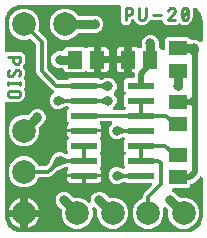
<source format=gbr>
G04 EAGLE Gerber RS-274X export*
G75*
%MOMM*%
%FSLAX34Y34*%
%LPD*%
%INTop Copper*%
%IPPOS*%
%AMOC8*
5,1,8,0,0,1.08239X$1,22.5*%
G01*
%ADD10C,0.228600*%
%ADD11R,1.300000X1.500000*%
%ADD12C,2.000000*%
%ADD13R,1.500000X1.300000*%
%ADD14R,2.286000X0.609600*%
%ADD15C,0.304800*%
%ADD16C,0.800000*%
%ADD17C,0.800000*%
%ADD18C,0.508000*%

G36*
X157971Y3816D02*
X157971Y3816D01*
X158048Y3815D01*
X159885Y3960D01*
X159941Y3971D01*
X159998Y3973D01*
X160208Y4023D01*
X160227Y4027D01*
X160230Y4028D01*
X160236Y4030D01*
X163728Y5165D01*
X163834Y5213D01*
X163944Y5253D01*
X164008Y5292D01*
X164045Y5309D01*
X164080Y5337D01*
X164153Y5381D01*
X167124Y7539D01*
X167210Y7618D01*
X167301Y7691D01*
X167350Y7747D01*
X167380Y7775D01*
X167405Y7812D01*
X167461Y7876D01*
X169619Y10847D01*
X169677Y10949D01*
X169741Y11046D01*
X169770Y11115D01*
X169790Y11151D01*
X169803Y11194D01*
X169835Y11272D01*
X170970Y14764D01*
X170982Y14820D01*
X171001Y14874D01*
X171036Y15088D01*
X171039Y15106D01*
X171039Y15110D01*
X171040Y15115D01*
X171185Y16952D01*
X171183Y16994D01*
X171189Y17071D01*
X171189Y49608D01*
X171178Y49708D01*
X171176Y49808D01*
X171158Y49880D01*
X171149Y49954D01*
X171116Y50049D01*
X171091Y50146D01*
X171057Y50212D01*
X171032Y50282D01*
X170977Y50367D01*
X170931Y50456D01*
X170883Y50513D01*
X170843Y50575D01*
X170771Y50645D01*
X170706Y50722D01*
X170646Y50766D01*
X170592Y50817D01*
X170506Y50869D01*
X170425Y50929D01*
X170357Y50958D01*
X170293Y50996D01*
X170198Y51027D01*
X170105Y51067D01*
X170032Y51080D01*
X169961Y51103D01*
X169861Y51111D01*
X169762Y51128D01*
X169688Y51125D01*
X169614Y51131D01*
X169515Y51116D01*
X169414Y51110D01*
X169343Y51090D01*
X169269Y51079D01*
X169176Y51042D01*
X169079Y51014D01*
X169014Y50978D01*
X168945Y50950D01*
X168863Y50893D01*
X168775Y50844D01*
X168699Y50779D01*
X168659Y50751D01*
X168635Y50725D01*
X168589Y50685D01*
X167951Y50048D01*
X163666Y45762D01*
X161489Y44860D01*
X161422Y44823D01*
X161351Y44795D01*
X161270Y44739D01*
X161184Y44691D01*
X161128Y44640D01*
X161065Y44596D01*
X160999Y44523D01*
X160926Y44457D01*
X160883Y44394D01*
X160832Y44337D01*
X160784Y44251D01*
X160728Y44170D01*
X160700Y44099D01*
X160663Y44032D01*
X160636Y43938D01*
X160600Y43846D01*
X160589Y43771D01*
X160568Y43697D01*
X160556Y43548D01*
X160549Y43501D01*
X160551Y43482D01*
X160549Y43453D01*
X160549Y42737D01*
X158763Y40951D01*
X146406Y40951D01*
X146356Y40946D01*
X146306Y40948D01*
X146184Y40926D01*
X146060Y40911D01*
X146012Y40894D01*
X145963Y40885D01*
X145849Y40836D01*
X145732Y40794D01*
X145690Y40767D01*
X145643Y40747D01*
X145543Y40672D01*
X145439Y40605D01*
X145404Y40569D01*
X145364Y40539D01*
X145283Y40444D01*
X145197Y40354D01*
X145171Y40311D01*
X145138Y40273D01*
X145082Y40162D01*
X145018Y40055D01*
X145003Y40007D01*
X144980Y39962D01*
X144950Y39842D01*
X144912Y39723D01*
X144908Y39673D01*
X144896Y39624D01*
X144894Y39500D01*
X144884Y39376D01*
X144891Y39326D01*
X144891Y39276D01*
X144917Y39154D01*
X144935Y39031D01*
X144954Y38984D01*
X144965Y38935D01*
X145018Y38823D01*
X145064Y38707D01*
X145093Y38666D01*
X145115Y38620D01*
X145192Y38523D01*
X145263Y38421D01*
X145300Y38387D01*
X145332Y38348D01*
X145430Y38271D01*
X145522Y38188D01*
X145566Y38163D01*
X145606Y38132D01*
X145823Y38021D01*
X147743Y37226D01*
X151474Y33495D01*
X151573Y33416D01*
X151666Y33332D01*
X151709Y33308D01*
X151747Y33278D01*
X151861Y33224D01*
X151971Y33163D01*
X152018Y33150D01*
X152062Y33129D01*
X152185Y33103D01*
X152307Y33068D01*
X152368Y33063D01*
X152402Y33056D01*
X152450Y33057D01*
X152551Y33049D01*
X157596Y33049D01*
X162392Y31062D01*
X166062Y27392D01*
X168049Y22596D01*
X168049Y17404D01*
X166062Y12608D01*
X162392Y8938D01*
X157596Y6951D01*
X152404Y6951D01*
X147608Y8938D01*
X143938Y12608D01*
X141951Y17404D01*
X141951Y22449D01*
X141937Y22575D01*
X141930Y22701D01*
X141917Y22748D01*
X141911Y22796D01*
X141869Y22914D01*
X141834Y23036D01*
X141810Y23078D01*
X141794Y23124D01*
X141725Y23230D01*
X141664Y23340D01*
X141624Y23387D01*
X141605Y23416D01*
X141570Y23450D01*
X141505Y23526D01*
X140361Y24670D01*
X140322Y24702D01*
X140288Y24739D01*
X140186Y24809D01*
X140088Y24887D01*
X140043Y24908D01*
X140001Y24937D01*
X139886Y24983D01*
X139773Y25036D01*
X139724Y25046D01*
X139677Y25065D01*
X139554Y25083D01*
X139433Y25109D01*
X139382Y25108D01*
X139332Y25116D01*
X139208Y25105D01*
X139084Y25103D01*
X139035Y25091D01*
X138985Y25087D01*
X138867Y25048D01*
X138746Y25018D01*
X138701Y24995D01*
X138653Y24980D01*
X138547Y24915D01*
X138436Y24859D01*
X138398Y24826D01*
X138355Y24800D01*
X138266Y24713D01*
X138171Y24633D01*
X138141Y24592D01*
X138105Y24557D01*
X138038Y24452D01*
X137964Y24352D01*
X137944Y24306D01*
X137917Y24264D01*
X137875Y24147D01*
X137826Y24032D01*
X137817Y23983D01*
X137800Y23935D01*
X137786Y23812D01*
X137764Y23689D01*
X137767Y23639D01*
X137761Y23589D01*
X137776Y23466D01*
X137782Y23341D01*
X137796Y23293D01*
X137802Y23243D01*
X137877Y23010D01*
X138049Y22596D01*
X138049Y17404D01*
X136062Y12608D01*
X132392Y8938D01*
X127596Y6951D01*
X122404Y6951D01*
X117608Y8938D01*
X113938Y12608D01*
X111951Y17404D01*
X111951Y22596D01*
X113938Y27392D01*
X117608Y31062D01*
X119487Y31840D01*
X119554Y31877D01*
X119625Y31906D01*
X119706Y31962D01*
X119792Y32010D01*
X119848Y32061D01*
X119911Y32105D01*
X119977Y32178D01*
X120050Y32244D01*
X120093Y32307D01*
X120144Y32363D01*
X120192Y32449D01*
X120248Y32530D01*
X120276Y32601D01*
X120313Y32668D01*
X120340Y32763D01*
X120376Y32855D01*
X120387Y32930D01*
X120408Y33004D01*
X120420Y33153D01*
X120427Y33199D01*
X120425Y33218D01*
X120427Y33248D01*
X120427Y34660D01*
X121123Y36340D01*
X122624Y37841D01*
X127986Y43203D01*
X128048Y43281D01*
X128118Y43354D01*
X128157Y43418D01*
X128203Y43476D01*
X128246Y43567D01*
X128297Y43653D01*
X128320Y43724D01*
X128352Y43791D01*
X128373Y43889D01*
X128403Y43985D01*
X128409Y44059D01*
X128425Y44132D01*
X128423Y44232D01*
X128431Y44332D01*
X128420Y44406D01*
X128419Y44480D01*
X128395Y44577D01*
X128380Y44677D01*
X128352Y44746D01*
X128334Y44818D01*
X128288Y44908D01*
X128251Y45001D01*
X128209Y45062D01*
X128174Y45128D01*
X128109Y45205D01*
X128052Y45287D01*
X127997Y45337D01*
X127949Y45393D01*
X127868Y45453D01*
X127793Y45520D01*
X127728Y45556D01*
X127668Y45601D01*
X127576Y45640D01*
X127488Y45689D01*
X127417Y45709D01*
X127348Y45739D01*
X127250Y45756D01*
X127153Y45784D01*
X127053Y45792D01*
X127005Y45800D01*
X126970Y45798D01*
X126909Y45803D01*
X106437Y45803D01*
X105916Y46325D01*
X105836Y46388D01*
X105763Y46458D01*
X105700Y46496D01*
X105643Y46541D01*
X105551Y46585D01*
X105464Y46637D01*
X105394Y46659D01*
X105328Y46690D01*
X105229Y46712D01*
X105132Y46742D01*
X105059Y46748D01*
X104987Y46764D01*
X104886Y46762D01*
X104785Y46770D01*
X104712Y46759D01*
X104638Y46758D01*
X104540Y46733D01*
X104440Y46718D01*
X104347Y46684D01*
X104300Y46673D01*
X104268Y46656D01*
X104210Y46635D01*
X103080Y46123D01*
X102950Y46045D01*
X102817Y45971D01*
X102796Y45953D01*
X102781Y45944D01*
X102774Y45937D01*
X101578Y45442D01*
X101561Y45432D01*
X101532Y45422D01*
X100928Y45148D01*
X100765Y45074D01*
X100733Y45071D01*
X100707Y45062D01*
X100689Y45060D01*
X100646Y45042D01*
X100500Y44996D01*
X100152Y44851D01*
X97348Y44851D01*
X94757Y45924D01*
X92774Y47907D01*
X91701Y50498D01*
X91701Y53302D01*
X92774Y55893D01*
X94757Y57876D01*
X97348Y58949D01*
X100152Y58949D01*
X100500Y58804D01*
X100646Y58763D01*
X100769Y58724D01*
X101532Y58378D01*
X101550Y58372D01*
X101577Y58358D01*
X102797Y57853D01*
X102865Y57796D01*
X102890Y57782D01*
X102904Y57771D01*
X102946Y57751D01*
X103079Y57677D01*
X103104Y57666D01*
X103173Y57644D01*
X103219Y57622D01*
X103221Y57621D01*
X103244Y57610D01*
X103341Y57589D01*
X103436Y57559D01*
X103511Y57553D01*
X103585Y57537D01*
X103684Y57539D01*
X103783Y57531D01*
X103858Y57542D01*
X103933Y57543D01*
X104030Y57567D01*
X104128Y57582D01*
X104198Y57610D01*
X104271Y57628D01*
X104360Y57674D01*
X104452Y57710D01*
X104514Y57753D01*
X104581Y57788D01*
X104657Y57852D01*
X104738Y57908D01*
X104789Y57964D01*
X104847Y58013D01*
X104906Y58093D01*
X104972Y58167D01*
X105009Y58233D01*
X105054Y58294D01*
X105093Y58385D01*
X105141Y58472D01*
X105162Y58544D01*
X105192Y58614D01*
X105209Y58712D01*
X105236Y58807D01*
X105240Y58882D01*
X105253Y58957D01*
X105248Y59056D01*
X105253Y59155D01*
X105239Y59229D01*
X105235Y59305D01*
X105208Y59400D01*
X105190Y59498D01*
X105160Y59567D01*
X105139Y59640D01*
X105091Y59726D01*
X105051Y59817D01*
X105006Y59878D01*
X104969Y59944D01*
X104871Y60059D01*
X104843Y60097D01*
X104828Y60109D01*
X104810Y60130D01*
X104651Y60289D01*
X104651Y68911D01*
X105613Y69873D01*
X105630Y69893D01*
X105650Y69910D01*
X105738Y70030D01*
X105830Y70146D01*
X105841Y70170D01*
X105857Y70191D01*
X105916Y70327D01*
X105979Y70461D01*
X105984Y70487D01*
X105995Y70511D01*
X106021Y70657D01*
X106052Y70802D01*
X106052Y70828D01*
X106056Y70854D01*
X106049Y71002D01*
X106046Y71150D01*
X106040Y71176D01*
X106039Y71202D01*
X105997Y71344D01*
X105961Y71488D01*
X105949Y71511D01*
X105942Y71537D01*
X105869Y71666D01*
X105802Y71798D01*
X105785Y71818D01*
X105772Y71841D01*
X105613Y72027D01*
X104651Y72989D01*
X104651Y81611D01*
X104810Y81770D01*
X104857Y81828D01*
X104910Y81880D01*
X104965Y81964D01*
X105027Y82043D01*
X105059Y82110D01*
X105099Y82173D01*
X105133Y82267D01*
X105176Y82358D01*
X105192Y82431D01*
X105217Y82501D01*
X105228Y82601D01*
X105249Y82699D01*
X105248Y82773D01*
X105256Y82848D01*
X105245Y82947D01*
X105243Y83047D01*
X105225Y83120D01*
X105216Y83194D01*
X105183Y83288D01*
X105158Y83385D01*
X105124Y83452D01*
X105099Y83522D01*
X105044Y83606D01*
X104999Y83695D01*
X104950Y83752D01*
X104909Y83815D01*
X104838Y83884D01*
X104773Y83960D01*
X104713Y84005D01*
X104659Y84057D01*
X104573Y84108D01*
X104492Y84167D01*
X104424Y84197D01*
X104360Y84235D01*
X104264Y84266D01*
X104172Y84305D01*
X104099Y84319D01*
X104028Y84341D01*
X103928Y84349D01*
X103829Y84367D01*
X103755Y84363D01*
X103680Y84369D01*
X103581Y84354D01*
X103481Y84349D01*
X103409Y84328D01*
X103336Y84317D01*
X103191Y84265D01*
X103147Y84253D01*
X103131Y84244D01*
X103121Y84241D01*
X103117Y84239D01*
X103105Y84235D01*
X103080Y84223D01*
X102950Y84145D01*
X102817Y84071D01*
X102797Y84054D01*
X102781Y84044D01*
X102774Y84037D01*
X101578Y83542D01*
X101561Y83532D01*
X101532Y83522D01*
X100928Y83248D01*
X100765Y83174D01*
X100733Y83171D01*
X100707Y83162D01*
X100689Y83160D01*
X100646Y83142D01*
X100500Y83096D01*
X100152Y82951D01*
X97348Y82951D01*
X94757Y84024D01*
X92774Y86007D01*
X91701Y88598D01*
X91701Y91402D01*
X92774Y93993D01*
X94309Y95527D01*
X94371Y95606D01*
X94441Y95678D01*
X94479Y95742D01*
X94525Y95800D01*
X94568Y95891D01*
X94620Y95977D01*
X94642Y96048D01*
X94674Y96115D01*
X94695Y96213D01*
X94726Y96309D01*
X94732Y96383D01*
X94747Y96456D01*
X94746Y96556D01*
X94754Y96656D01*
X94743Y96730D01*
X94741Y96804D01*
X94717Y96901D01*
X94702Y97001D01*
X94675Y97070D01*
X94656Y97142D01*
X94610Y97231D01*
X94573Y97325D01*
X94531Y97386D01*
X94497Y97452D01*
X94432Y97528D01*
X94374Y97611D01*
X94319Y97661D01*
X94271Y97717D01*
X94190Y97777D01*
X94116Y97844D01*
X94051Y97880D01*
X93991Y97925D01*
X93898Y97964D01*
X93811Y98013D01*
X93739Y98033D01*
X93671Y98063D01*
X93572Y98080D01*
X93475Y98108D01*
X93375Y98116D01*
X93328Y98124D01*
X93292Y98122D01*
X93231Y98127D01*
X85718Y98127D01*
X85592Y98113D01*
X85466Y98106D01*
X85420Y98093D01*
X85372Y98087D01*
X85253Y98045D01*
X85131Y98010D01*
X85089Y97986D01*
X85043Y97970D01*
X84937Y97901D01*
X84827Y97840D01*
X84781Y97800D01*
X84751Y97781D01*
X84717Y97746D01*
X84641Y97681D01*
X84387Y97427D01*
X84370Y97407D01*
X84350Y97390D01*
X84262Y97270D01*
X84170Y97154D01*
X84159Y97130D01*
X84143Y97109D01*
X84084Y96973D01*
X84021Y96839D01*
X84016Y96813D01*
X84005Y96789D01*
X83979Y96643D01*
X83948Y96498D01*
X83948Y96472D01*
X83944Y96446D01*
X83951Y96298D01*
X83954Y96150D01*
X83960Y96124D01*
X83961Y96098D01*
X84003Y95956D01*
X84039Y95812D01*
X84051Y95789D01*
X84058Y95763D01*
X84130Y95634D01*
X84198Y95502D01*
X84215Y95482D01*
X84228Y95459D01*
X84387Y95273D01*
X84740Y94920D01*
X85141Y94225D01*
X85349Y93449D01*
X85349Y91523D01*
X70870Y91523D01*
X56391Y91523D01*
X56391Y93449D01*
X56599Y94225D01*
X57000Y94920D01*
X57353Y95273D01*
X57370Y95293D01*
X57390Y95310D01*
X57478Y95430D01*
X57570Y95546D01*
X57581Y95570D01*
X57597Y95591D01*
X57656Y95727D01*
X57719Y95861D01*
X57724Y95887D01*
X57735Y95911D01*
X57761Y96057D01*
X57792Y96202D01*
X57792Y96228D01*
X57796Y96254D01*
X57789Y96402D01*
X57786Y96550D01*
X57780Y96576D01*
X57779Y96602D01*
X57737Y96744D01*
X57701Y96888D01*
X57689Y96911D01*
X57682Y96937D01*
X57610Y97066D01*
X57542Y97198D01*
X57525Y97218D01*
X57512Y97241D01*
X57353Y97427D01*
X56391Y98389D01*
X56391Y107011D01*
X57353Y107973D01*
X57370Y107993D01*
X57390Y108010D01*
X57478Y108130D01*
X57570Y108246D01*
X57581Y108270D01*
X57597Y108291D01*
X57656Y108427D01*
X57719Y108561D01*
X57724Y108587D01*
X57735Y108611D01*
X57761Y108757D01*
X57792Y108902D01*
X57792Y108928D01*
X57796Y108954D01*
X57789Y109102D01*
X57786Y109250D01*
X57780Y109276D01*
X57779Y109302D01*
X57737Y109444D01*
X57701Y109588D01*
X57689Y109611D01*
X57682Y109637D01*
X57609Y109766D01*
X57542Y109898D01*
X57525Y109918D01*
X57512Y109941D01*
X57353Y110127D01*
X57113Y110367D01*
X57034Y110430D01*
X56961Y110500D01*
X56898Y110538D01*
X56840Y110584D01*
X56749Y110627D01*
X56662Y110679D01*
X56592Y110701D01*
X56525Y110733D01*
X56426Y110754D01*
X56330Y110785D01*
X56256Y110791D01*
X56184Y110806D01*
X56083Y110804D01*
X55982Y110813D01*
X55909Y110801D01*
X55836Y110800D01*
X55738Y110776D01*
X55638Y110760D01*
X55544Y110727D01*
X55498Y110715D01*
X55466Y110699D01*
X55407Y110678D01*
X53080Y109623D01*
X52950Y109545D01*
X52817Y109471D01*
X52796Y109453D01*
X52781Y109444D01*
X52774Y109437D01*
X51578Y108942D01*
X51560Y108932D01*
X51532Y108922D01*
X50928Y108648D01*
X50765Y108574D01*
X50733Y108571D01*
X50707Y108562D01*
X50689Y108560D01*
X50646Y108543D01*
X50500Y108496D01*
X50152Y108351D01*
X47348Y108351D01*
X44757Y109424D01*
X42774Y111407D01*
X41701Y113998D01*
X41701Y116802D01*
X42774Y119393D01*
X44797Y121415D01*
X44829Y121440D01*
X44894Y121476D01*
X44969Y121543D01*
X45049Y121603D01*
X45098Y121660D01*
X45153Y121710D01*
X45210Y121792D01*
X45275Y121869D01*
X45309Y121935D01*
X45351Y121996D01*
X45388Y122090D01*
X45433Y122179D01*
X45451Y122252D01*
X45479Y122321D01*
X45493Y122420D01*
X45517Y122518D01*
X45519Y122592D01*
X45529Y122665D01*
X45521Y122766D01*
X45523Y122866D01*
X45507Y122939D01*
X45501Y123013D01*
X45470Y123108D01*
X45448Y123206D01*
X45416Y123274D01*
X45393Y123344D01*
X45342Y123430D01*
X45298Y123521D01*
X45252Y123579D01*
X45214Y123643D01*
X45144Y123715D01*
X45081Y123794D01*
X45023Y123840D01*
X44971Y123893D01*
X44886Y123947D01*
X44808Y124009D01*
X44718Y124055D01*
X44678Y124081D01*
X44644Y124093D01*
X44590Y124121D01*
X44342Y124223D01*
X31123Y137442D01*
X30427Y139123D01*
X30427Y162475D01*
X30413Y162601D01*
X30406Y162727D01*
X30393Y162773D01*
X30387Y162821D01*
X30345Y162940D01*
X30310Y163062D01*
X30286Y163104D01*
X30270Y163149D01*
X30201Y163256D01*
X30140Y163366D01*
X30100Y163412D01*
X30081Y163442D01*
X30046Y163476D01*
X29981Y163552D01*
X26134Y167399D01*
X26074Y167447D01*
X26021Y167501D01*
X25938Y167555D01*
X25861Y167616D01*
X25792Y167648D01*
X25728Y167690D01*
X25635Y167723D01*
X25546Y167765D01*
X25471Y167781D01*
X25399Y167806D01*
X25301Y167817D01*
X25205Y167838D01*
X25129Y167837D01*
X25053Y167845D01*
X24955Y167834D01*
X24857Y167832D01*
X24783Y167813D01*
X24707Y167805D01*
X24564Y167759D01*
X24519Y167747D01*
X24502Y167738D01*
X24474Y167729D01*
X22596Y166951D01*
X17404Y166951D01*
X12608Y168938D01*
X8938Y172608D01*
X6951Y177404D01*
X6951Y182596D01*
X8938Y187392D01*
X12608Y191062D01*
X17404Y193049D01*
X22596Y193049D01*
X27392Y191062D01*
X31062Y187392D01*
X33049Y182596D01*
X33049Y177404D01*
X32271Y175526D01*
X32250Y175452D01*
X32219Y175382D01*
X32202Y175286D01*
X32175Y175191D01*
X32171Y175115D01*
X32158Y175039D01*
X32163Y174941D01*
X32158Y174843D01*
X32172Y174768D01*
X32176Y174691D01*
X32203Y174597D01*
X32221Y174500D01*
X32251Y174430D01*
X32272Y174356D01*
X32320Y174271D01*
X32359Y174180D01*
X32405Y174119D01*
X32442Y174052D01*
X32539Y173939D01*
X32567Y173901D01*
X32582Y173888D01*
X32601Y173866D01*
X38877Y167590D01*
X39573Y165910D01*
X39573Y142558D01*
X39587Y142432D01*
X39594Y142306D01*
X39607Y142259D01*
X39613Y142211D01*
X39655Y142092D01*
X39690Y141971D01*
X39714Y141929D01*
X39730Y141883D01*
X39799Y141777D01*
X39860Y141667D01*
X39900Y141620D01*
X39919Y141590D01*
X39954Y141557D01*
X40019Y141481D01*
X48381Y133119D01*
X48480Y133040D01*
X48573Y132956D01*
X48616Y132932D01*
X48654Y132902D01*
X48768Y132848D01*
X48878Y132787D01*
X48925Y132774D01*
X48969Y132753D01*
X49092Y132727D01*
X49214Y132692D01*
X49275Y132687D01*
X49309Y132680D01*
X49357Y132681D01*
X49458Y132673D01*
X56022Y132673D01*
X56148Y132687D01*
X56274Y132694D01*
X56320Y132707D01*
X56368Y132713D01*
X56487Y132755D01*
X56609Y132790D01*
X56651Y132814D01*
X56697Y132830D01*
X56803Y132899D01*
X56913Y132960D01*
X56959Y133000D01*
X56989Y133019D01*
X57023Y133054D01*
X57099Y133119D01*
X58177Y134197D01*
X83563Y134197D01*
X84278Y133481D01*
X84298Y133466D01*
X84314Y133447D01*
X84433Y133358D01*
X84551Y133265D01*
X84574Y133254D01*
X84594Y133239D01*
X84731Y133180D01*
X84866Y133116D01*
X84891Y133111D01*
X84914Y133101D01*
X85061Y133074D01*
X85207Y133043D01*
X85232Y133043D01*
X85257Y133038D01*
X85406Y133046D01*
X85555Y133048D01*
X85580Y133055D01*
X85605Y133056D01*
X85842Y133115D01*
X88724Y134087D01*
X88758Y134103D01*
X88820Y134123D01*
X89848Y134549D01*
X92652Y134549D01*
X95243Y133476D01*
X97226Y131493D01*
X98299Y128902D01*
X98299Y126098D01*
X97226Y123507D01*
X96246Y122527D01*
X96229Y122507D01*
X96209Y122490D01*
X96121Y122370D01*
X96029Y122254D01*
X96018Y122230D01*
X96002Y122209D01*
X95943Y122073D01*
X95880Y121939D01*
X95874Y121913D01*
X95864Y121889D01*
X95838Y121743D01*
X95807Y121598D01*
X95807Y121572D01*
X95802Y121546D01*
X95810Y121398D01*
X95813Y121250D01*
X95819Y121224D01*
X95820Y121198D01*
X95861Y121056D01*
X95898Y120912D01*
X95910Y120889D01*
X95917Y120863D01*
X95989Y120734D01*
X96057Y120602D01*
X96074Y120582D01*
X96087Y120559D01*
X96246Y120373D01*
X97226Y119393D01*
X98299Y116802D01*
X98299Y113998D01*
X97226Y111407D01*
X95691Y109873D01*
X95629Y109794D01*
X95559Y109722D01*
X95521Y109658D01*
X95475Y109600D01*
X95432Y109509D01*
X95380Y109423D01*
X95358Y109352D01*
X95326Y109285D01*
X95305Y109187D01*
X95274Y109091D01*
X95268Y109017D01*
X95253Y108944D01*
X95254Y108844D01*
X95246Y108744D01*
X95257Y108670D01*
X95259Y108596D01*
X95283Y108499D01*
X95298Y108399D01*
X95325Y108330D01*
X95344Y108258D01*
X95390Y108169D01*
X95427Y108075D01*
X95469Y108014D01*
X95503Y107948D01*
X95568Y107872D01*
X95626Y107789D01*
X95681Y107739D01*
X95729Y107683D01*
X95810Y107623D01*
X95884Y107556D01*
X95949Y107520D01*
X96009Y107475D01*
X96102Y107436D01*
X96189Y107387D01*
X96261Y107367D01*
X96329Y107337D01*
X96428Y107320D01*
X96525Y107292D01*
X96625Y107284D01*
X96672Y107276D01*
X96708Y107278D01*
X96769Y107273D01*
X104282Y107273D01*
X104408Y107287D01*
X104534Y107294D01*
X104580Y107307D01*
X104628Y107313D01*
X104747Y107355D01*
X104869Y107390D01*
X104911Y107414D01*
X104957Y107430D01*
X105063Y107499D01*
X105173Y107560D01*
X105219Y107600D01*
X105249Y107619D01*
X105283Y107654D01*
X105359Y107719D01*
X105613Y107973D01*
X105630Y107993D01*
X105650Y108010D01*
X105738Y108130D01*
X105830Y108246D01*
X105841Y108270D01*
X105857Y108291D01*
X105915Y108427D01*
X105979Y108561D01*
X105984Y108587D01*
X105995Y108611D01*
X106021Y108757D01*
X106052Y108902D01*
X106052Y108928D01*
X106056Y108954D01*
X106049Y109102D01*
X106046Y109250D01*
X106040Y109276D01*
X106039Y109302D01*
X105998Y109444D01*
X105961Y109588D01*
X105949Y109611D01*
X105942Y109637D01*
X105870Y109766D01*
X105802Y109898D01*
X105785Y109918D01*
X105772Y109941D01*
X105613Y110127D01*
X104651Y111089D01*
X104651Y119711D01*
X105613Y120673D01*
X105630Y120693D01*
X105650Y120710D01*
X105738Y120830D01*
X105830Y120946D01*
X105841Y120970D01*
X105857Y120991D01*
X105916Y121127D01*
X105979Y121261D01*
X105984Y121287D01*
X105995Y121311D01*
X106021Y121457D01*
X106052Y121602D01*
X106052Y121628D01*
X106056Y121654D01*
X106049Y121802D01*
X106046Y121950D01*
X106040Y121976D01*
X106039Y122002D01*
X105997Y122144D01*
X105961Y122288D01*
X105949Y122311D01*
X105942Y122337D01*
X105869Y122466D01*
X105802Y122598D01*
X105785Y122618D01*
X105772Y122641D01*
X105613Y122827D01*
X104651Y123789D01*
X104651Y132411D01*
X106437Y134197D01*
X112018Y134197D01*
X112044Y134200D01*
X112070Y134198D01*
X112217Y134220D01*
X112364Y134237D01*
X112389Y134245D01*
X112415Y134249D01*
X112553Y134304D01*
X112692Y134354D01*
X112714Y134368D01*
X112739Y134378D01*
X112860Y134463D01*
X112985Y134543D01*
X113003Y134562D01*
X113025Y134577D01*
X113124Y134687D01*
X113227Y134794D01*
X113241Y134816D01*
X113258Y134836D01*
X113330Y134966D01*
X113406Y135093D01*
X113414Y135118D01*
X113427Y135141D01*
X113467Y135284D01*
X113512Y135425D01*
X113514Y135451D01*
X113522Y135476D01*
X113541Y135720D01*
X113541Y137928D01*
X113538Y137954D01*
X113540Y137980D01*
X113518Y138127D01*
X113501Y138274D01*
X113493Y138299D01*
X113489Y138325D01*
X113434Y138463D01*
X113384Y138602D01*
X113370Y138624D01*
X113360Y138649D01*
X113275Y138770D01*
X113195Y138895D01*
X113176Y138913D01*
X113161Y138935D01*
X113051Y139034D01*
X112944Y139137D01*
X112922Y139151D01*
X112902Y139168D01*
X112772Y139240D01*
X112645Y139316D01*
X112620Y139324D01*
X112597Y139337D01*
X112454Y139377D01*
X112313Y139422D01*
X112287Y139424D01*
X112262Y139432D01*
X112018Y139451D01*
X111047Y139451D01*
X111047Y148476D01*
X111044Y148502D01*
X111046Y148528D01*
X111024Y148675D01*
X111007Y148822D01*
X110998Y148847D01*
X110995Y148873D01*
X110940Y149011D01*
X110890Y149150D01*
X110876Y149172D01*
X110866Y149197D01*
X110781Y149318D01*
X110701Y149443D01*
X110682Y149461D01*
X110667Y149483D01*
X110557Y149582D01*
X110450Y149685D01*
X110428Y149699D01*
X110408Y149716D01*
X110278Y149788D01*
X110151Y149864D01*
X110126Y149872D01*
X110103Y149885D01*
X109960Y149925D01*
X109819Y149970D01*
X109793Y149972D01*
X109768Y149980D01*
X109524Y149999D01*
X107999Y149999D01*
X107999Y150001D01*
X109524Y150001D01*
X109550Y150004D01*
X109576Y150002D01*
X109723Y150024D01*
X109870Y150041D01*
X109895Y150050D01*
X109921Y150053D01*
X110059Y150108D01*
X110198Y150158D01*
X110220Y150172D01*
X110245Y150182D01*
X110366Y150267D01*
X110491Y150347D01*
X110509Y150366D01*
X110531Y150381D01*
X110630Y150491D01*
X110733Y150598D01*
X110747Y150620D01*
X110764Y150640D01*
X110836Y150770D01*
X110912Y150897D01*
X110920Y150922D01*
X110933Y150945D01*
X110973Y151088D01*
X111018Y151229D01*
X111020Y151255D01*
X111028Y151280D01*
X111047Y151524D01*
X111047Y160549D01*
X114901Y160549D01*
X115677Y160341D01*
X116372Y159940D01*
X116423Y159889D01*
X116443Y159872D01*
X116460Y159852D01*
X116580Y159764D01*
X116696Y159672D01*
X116720Y159661D01*
X116741Y159645D01*
X116877Y159587D01*
X117011Y159523D01*
X117037Y159518D01*
X117061Y159507D01*
X117207Y159481D01*
X117352Y159450D01*
X117378Y159450D01*
X117404Y159446D01*
X117552Y159453D01*
X117700Y159456D01*
X117725Y159462D01*
X117752Y159463D01*
X117895Y159505D01*
X118038Y159541D01*
X118061Y159553D01*
X118087Y159560D01*
X118216Y159633D01*
X118348Y159700D01*
X118368Y159717D01*
X118391Y159730D01*
X118577Y159889D01*
X119505Y160817D01*
X119584Y160916D01*
X119668Y161010D01*
X119692Y161052D01*
X119722Y161090D01*
X119776Y161204D01*
X119837Y161315D01*
X119850Y161361D01*
X119871Y161405D01*
X119897Y161528D01*
X119932Y161650D01*
X119937Y161711D01*
X119944Y161745D01*
X119943Y161793D01*
X119951Y161894D01*
X119951Y165152D01*
X121024Y167743D01*
X123007Y169726D01*
X125598Y170799D01*
X128402Y170799D01*
X130993Y169726D01*
X132976Y167743D01*
X134049Y165152D01*
X134049Y161894D01*
X134063Y161768D01*
X134070Y161642D01*
X134083Y161596D01*
X134089Y161548D01*
X134131Y161429D01*
X134166Y161307D01*
X134190Y161265D01*
X134206Y161219D01*
X134275Y161113D01*
X134336Y161003D01*
X134376Y160957D01*
X134395Y160927D01*
X134430Y160893D01*
X134495Y160817D01*
X136851Y158461D01*
X136929Y158398D01*
X137002Y158328D01*
X137066Y158290D01*
X137124Y158244D01*
X137215Y158201D01*
X137301Y158150D01*
X137372Y158127D01*
X137439Y158095D01*
X137537Y158074D01*
X137633Y158043D01*
X137707Y158037D01*
X137780Y158022D01*
X137880Y158023D01*
X137980Y158015D01*
X138054Y158026D01*
X138128Y158028D01*
X138225Y158052D01*
X138325Y158067D01*
X138394Y158095D01*
X138466Y158113D01*
X138556Y158159D01*
X138649Y158196D01*
X138710Y158238D01*
X138776Y158272D01*
X138853Y158338D01*
X138935Y158395D01*
X138985Y158450D01*
X139041Y158498D01*
X139101Y158579D01*
X139168Y158654D01*
X139204Y158719D01*
X139249Y158778D01*
X139288Y158871D01*
X139337Y158959D01*
X139357Y159030D01*
X139387Y159098D01*
X139404Y159197D01*
X139432Y159294D01*
X139440Y159394D01*
X139448Y159441D01*
X139446Y159477D01*
X139451Y159538D01*
X139451Y167263D01*
X141237Y169049D01*
X158763Y169049D01*
X160317Y167495D01*
X160416Y167416D01*
X160510Y167332D01*
X160552Y167308D01*
X160590Y167278D01*
X160704Y167224D01*
X160815Y167163D01*
X160861Y167150D01*
X160905Y167129D01*
X161028Y167103D01*
X161150Y167068D01*
X161211Y167063D01*
X161246Y167056D01*
X161294Y167057D01*
X161394Y167049D01*
X165152Y167049D01*
X167743Y165976D01*
X168589Y165129D01*
X168668Y165067D01*
X168740Y164997D01*
X168804Y164959D01*
X168862Y164913D01*
X168953Y164870D01*
X169039Y164818D01*
X169110Y164796D01*
X169177Y164764D01*
X169275Y164743D01*
X169371Y164712D01*
X169445Y164706D01*
X169518Y164691D01*
X169618Y164692D01*
X169718Y164684D01*
X169792Y164695D01*
X169866Y164697D01*
X169963Y164721D01*
X170063Y164736D01*
X170132Y164763D01*
X170204Y164782D01*
X170293Y164828D01*
X170387Y164865D01*
X170448Y164907D01*
X170514Y164941D01*
X170590Y165006D01*
X170673Y165064D01*
X170723Y165119D01*
X170779Y165167D01*
X170839Y165248D01*
X170906Y165322D01*
X170942Y165387D01*
X170987Y165447D01*
X171026Y165539D01*
X171075Y165627D01*
X171095Y165699D01*
X171125Y165767D01*
X171142Y165866D01*
X171170Y165963D01*
X171178Y166063D01*
X171186Y166110D01*
X171184Y166146D01*
X171189Y166207D01*
X171189Y182929D01*
X171184Y182971D01*
X171185Y183048D01*
X171040Y184885D01*
X171029Y184941D01*
X171027Y184998D01*
X170977Y185208D01*
X170973Y185227D01*
X170972Y185230D01*
X170970Y185236D01*
X169835Y188728D01*
X169787Y188834D01*
X169747Y188944D01*
X169708Y189008D01*
X169691Y189045D01*
X169663Y189080D01*
X169619Y189153D01*
X167461Y192124D01*
X167420Y192168D01*
X167413Y192177D01*
X167402Y192188D01*
X167381Y192210D01*
X167309Y192301D01*
X167253Y192350D01*
X167225Y192380D01*
X167188Y192405D01*
X167124Y192461D01*
X165429Y193692D01*
X165298Y193766D01*
X165168Y193844D01*
X165146Y193852D01*
X165126Y193863D01*
X164980Y193906D01*
X164837Y193952D01*
X164814Y193954D01*
X164791Y193961D01*
X164639Y193969D01*
X164489Y193982D01*
X164466Y193979D01*
X164443Y193980D01*
X164294Y193954D01*
X164144Y193932D01*
X164123Y193924D01*
X164100Y193920D01*
X163960Y193860D01*
X163820Y193805D01*
X163801Y193792D01*
X163779Y193783D01*
X163657Y193693D01*
X163533Y193607D01*
X163517Y193590D01*
X163498Y193577D01*
X163400Y193462D01*
X163298Y193350D01*
X163287Y193329D01*
X163272Y193312D01*
X163202Y193178D01*
X163128Y193046D01*
X163122Y193023D01*
X163111Y193003D01*
X163073Y192856D01*
X163032Y192711D01*
X163030Y192687D01*
X163025Y192665D01*
X163021Y192513D01*
X163014Y192363D01*
X163018Y192340D01*
X163017Y192317D01*
X163049Y192168D01*
X163076Y192020D01*
X163086Y191994D01*
X163090Y191976D01*
X163109Y191933D01*
X163165Y191792D01*
X163259Y191598D01*
X163259Y185702D01*
X162122Y183370D01*
X162106Y183323D01*
X162051Y183196D01*
X161507Y181610D01*
X161450Y181569D01*
X161393Y181518D01*
X161361Y181503D01*
X161335Y181482D01*
X161286Y181453D01*
X158204Y179251D01*
X154146Y179251D01*
X152412Y180489D01*
X152346Y180526D01*
X152286Y180570D01*
X152194Y180610D01*
X152107Y180658D01*
X152035Y180679D01*
X151966Y180708D01*
X151868Y180726D01*
X151772Y180753D01*
X151697Y180757D01*
X151623Y180770D01*
X151523Y180765D01*
X151424Y180770D01*
X151350Y180756D01*
X151275Y180752D01*
X151179Y180725D01*
X151081Y180706D01*
X151012Y180676D01*
X150940Y180656D01*
X150853Y180607D01*
X150762Y180567D01*
X150701Y180522D01*
X150636Y180485D01*
X150519Y180386D01*
X150482Y180359D01*
X150471Y180345D01*
X150450Y180327D01*
X149374Y179251D01*
X142083Y179251D01*
X142041Y179246D01*
X141960Y179246D01*
X140366Y179117D01*
X140331Y179137D01*
X140225Y179167D01*
X140185Y179182D01*
X139052Y180315D01*
X139018Y180342D01*
X138961Y180399D01*
X137743Y181435D01*
X137731Y181474D01*
X137678Y181570D01*
X137660Y181608D01*
X137660Y181778D01*
X137657Y181804D01*
X137659Y181830D01*
X137637Y181977D01*
X137621Y182124D01*
X137612Y182149D01*
X137608Y182175D01*
X137553Y182313D01*
X137503Y182452D01*
X137489Y182474D01*
X137479Y182499D01*
X137395Y182620D01*
X137314Y182745D01*
X137295Y182763D01*
X137280Y182785D01*
X137170Y182884D01*
X137063Y182987D01*
X137041Y183001D01*
X137021Y183018D01*
X136891Y183090D01*
X136764Y183166D01*
X136739Y183174D01*
X136716Y183187D01*
X136573Y183227D01*
X136432Y183272D01*
X136406Y183274D01*
X136381Y183282D01*
X136137Y183301D01*
X127288Y183301D01*
X127138Y183284D01*
X126987Y183271D01*
X126965Y183264D01*
X126942Y183261D01*
X126799Y183210D01*
X126656Y183164D01*
X126636Y183152D01*
X126613Y183144D01*
X126486Y183062D01*
X126357Y182984D01*
X126340Y182968D01*
X126321Y182955D01*
X126216Y182846D01*
X126108Y182741D01*
X126091Y182717D01*
X126078Y182704D01*
X126054Y182664D01*
X125969Y182540D01*
X125166Y181150D01*
X121878Y179251D01*
X118082Y179251D01*
X114794Y181150D01*
X113356Y183641D01*
X113340Y183662D01*
X113329Y183685D01*
X113237Y183801D01*
X113148Y183920D01*
X113128Y183937D01*
X113112Y183958D01*
X112995Y184050D01*
X112882Y184146D01*
X112859Y184158D01*
X112838Y184174D01*
X112704Y184237D01*
X112572Y184305D01*
X112547Y184311D01*
X112523Y184322D01*
X112378Y184353D01*
X112234Y184389D01*
X112208Y184390D01*
X112182Y184395D01*
X112034Y184392D01*
X111885Y184395D01*
X111860Y184389D01*
X111834Y184389D01*
X111690Y184352D01*
X111545Y184321D01*
X111521Y184309D01*
X111496Y184303D01*
X111275Y184198D01*
X110886Y183973D01*
X110764Y183883D01*
X110640Y183797D01*
X110625Y183780D01*
X110606Y183766D01*
X110508Y183650D01*
X110407Y183538D01*
X110396Y183518D01*
X110380Y183500D01*
X110312Y183366D01*
X110239Y183233D01*
X110232Y183211D01*
X110221Y183190D01*
X110185Y183043D01*
X110144Y182898D01*
X110141Y182870D01*
X110137Y182852D01*
X110136Y182805D01*
X110124Y182654D01*
X110124Y181707D01*
X107669Y179251D01*
X104196Y179251D01*
X101741Y181707D01*
X101741Y194666D01*
X101738Y194692D01*
X101740Y194718D01*
X101718Y194865D01*
X101701Y195012D01*
X101692Y195037D01*
X101688Y195063D01*
X101633Y195201D01*
X101583Y195340D01*
X101569Y195362D01*
X101559Y195387D01*
X101475Y195508D01*
X101394Y195633D01*
X101375Y195651D01*
X101360Y195673D01*
X101251Y195772D01*
X101144Y195875D01*
X101121Y195889D01*
X101102Y195906D01*
X100972Y195978D01*
X100845Y196054D01*
X100820Y196062D01*
X100797Y196075D01*
X100654Y196115D01*
X100513Y196160D01*
X100486Y196162D01*
X100461Y196170D01*
X100217Y196189D01*
X17071Y196189D01*
X17029Y196184D01*
X16952Y196185D01*
X15115Y196040D01*
X15059Y196029D01*
X15002Y196027D01*
X14792Y195977D01*
X14773Y195973D01*
X14770Y195972D01*
X14764Y195970D01*
X11272Y194835D01*
X11166Y194787D01*
X11056Y194747D01*
X10992Y194708D01*
X10955Y194691D01*
X10920Y194663D01*
X10847Y194619D01*
X7876Y192461D01*
X7790Y192382D01*
X7699Y192309D01*
X7650Y192253D01*
X7620Y192225D01*
X7595Y192188D01*
X7539Y192124D01*
X5381Y189153D01*
X5323Y189051D01*
X5259Y188954D01*
X5230Y188885D01*
X5210Y188849D01*
X5197Y188806D01*
X5165Y188728D01*
X4030Y185236D01*
X4018Y185180D01*
X3999Y185126D01*
X3964Y184912D01*
X3961Y184894D01*
X3961Y184890D01*
X3960Y184885D01*
X3815Y183048D01*
X3817Y183006D01*
X3811Y182929D01*
X3811Y157758D01*
X3814Y157731D01*
X3812Y157705D01*
X3834Y157559D01*
X3851Y157411D01*
X3859Y157387D01*
X3863Y157361D01*
X3918Y157223D01*
X3968Y157083D01*
X3982Y157061D01*
X3992Y157037D01*
X4077Y156915D01*
X4157Y156790D01*
X4176Y156772D01*
X4191Y156751D01*
X4301Y156652D01*
X4408Y156548D01*
X4430Y156535D01*
X4450Y156517D01*
X4580Y156446D01*
X4707Y156369D01*
X4732Y156361D01*
X4755Y156349D01*
X4898Y156308D01*
X5039Y156263D01*
X5065Y156261D01*
X5090Y156254D01*
X5334Y156234D01*
X18293Y156234D01*
X20749Y153779D01*
X20749Y147252D01*
X19323Y144782D01*
X19263Y144644D01*
X19199Y144507D01*
X19194Y144484D01*
X19184Y144462D01*
X19158Y144314D01*
X19126Y144166D01*
X19126Y144143D01*
X19122Y144120D01*
X19130Y143969D01*
X19133Y143818D01*
X19138Y143795D01*
X19139Y143771D01*
X19181Y143626D01*
X19218Y143480D01*
X19230Y143454D01*
X19235Y143436D01*
X19258Y143396D01*
X19323Y143259D01*
X20658Y140947D01*
X20704Y140885D01*
X20742Y140817D01*
X20749Y140809D01*
X20749Y137303D01*
X20724Y137267D01*
X20717Y137260D01*
X20702Y137235D01*
X20684Y137208D01*
X20610Y137115D01*
X20586Y137065D01*
X20555Y137018D01*
X20468Y136814D01*
X20462Y136800D01*
X20461Y136797D01*
X20459Y136793D01*
X19853Y134974D01*
X19848Y134952D01*
X19839Y134932D01*
X19812Y134782D01*
X19781Y134633D01*
X19782Y134611D01*
X19778Y134589D01*
X19786Y134437D01*
X19789Y134285D01*
X19794Y134263D01*
X19796Y134241D01*
X19838Y134094D01*
X19876Y133947D01*
X19886Y133927D01*
X19892Y133906D01*
X19967Y133773D01*
X20037Y133638D01*
X20051Y133621D01*
X20062Y133602D01*
X20221Y133415D01*
X20749Y132887D01*
X20749Y127101D01*
X19982Y126334D01*
X19981Y126333D01*
X19980Y126332D01*
X19869Y126191D01*
X19766Y126061D01*
X19765Y126060D01*
X19764Y126059D01*
X19685Y125891D01*
X19617Y125746D01*
X19616Y125745D01*
X19616Y125743D01*
X19576Y125556D01*
X19543Y125405D01*
X19543Y125404D01*
X19543Y125403D01*
X19547Y125212D01*
X19549Y125057D01*
X19550Y125056D01*
X19550Y125054D01*
X19592Y124885D01*
X19634Y124719D01*
X19635Y124718D01*
X19635Y124716D01*
X19740Y124495D01*
X20749Y122748D01*
X20749Y118952D01*
X18850Y115664D01*
X15562Y113766D01*
X11297Y113766D01*
X7137Y113766D01*
X6096Y114367D01*
X6026Y114397D01*
X5961Y114436D01*
X5867Y114466D01*
X5776Y114506D01*
X5701Y114519D01*
X5629Y114542D01*
X5530Y114550D01*
X5433Y114568D01*
X5357Y114564D01*
X5282Y114570D01*
X5184Y114556D01*
X5085Y114551D01*
X5012Y114530D01*
X4937Y114519D01*
X4845Y114482D01*
X4750Y114455D01*
X4684Y114418D01*
X4613Y114390D01*
X4532Y114333D01*
X4445Y114285D01*
X4389Y114234D01*
X4327Y114191D01*
X4261Y114118D01*
X4187Y114051D01*
X4144Y113988D01*
X4094Y113932D01*
X4046Y113845D01*
X3989Y113764D01*
X3962Y113694D01*
X3925Y113627D01*
X3898Y113532D01*
X3862Y113440D01*
X3851Y113365D01*
X3830Y113292D01*
X3818Y113141D01*
X3811Y113095D01*
X3813Y113076D01*
X3811Y113048D01*
X3811Y17071D01*
X3816Y17029D01*
X3815Y16952D01*
X3960Y15115D01*
X3971Y15059D01*
X3973Y15002D01*
X4023Y14792D01*
X4027Y14773D01*
X4028Y14770D01*
X4030Y14764D01*
X5165Y11272D01*
X5213Y11166D01*
X5253Y11056D01*
X5292Y10992D01*
X5309Y10955D01*
X5337Y10920D01*
X5381Y10847D01*
X7539Y7876D01*
X7618Y7790D01*
X7691Y7699D01*
X7747Y7650D01*
X7775Y7620D01*
X7812Y7595D01*
X7876Y7539D01*
X10847Y5381D01*
X10949Y5323D01*
X11046Y5259D01*
X11115Y5230D01*
X11151Y5210D01*
X11194Y5197D01*
X11272Y5165D01*
X14764Y4030D01*
X14820Y4018D01*
X14874Y3999D01*
X15088Y3964D01*
X15106Y3961D01*
X15110Y3961D01*
X15115Y3960D01*
X16952Y3815D01*
X16994Y3817D01*
X17071Y3811D01*
X157929Y3811D01*
X157971Y3816D01*
G37*
%LPC*%
G36*
X17404Y41951D02*
X17404Y41951D01*
X12608Y43938D01*
X8938Y47608D01*
X6951Y52404D01*
X6951Y57596D01*
X8938Y62392D01*
X12608Y66062D01*
X17404Y68049D01*
X22596Y68049D01*
X27392Y66062D01*
X31062Y62392D01*
X31840Y60513D01*
X31877Y60446D01*
X31906Y60375D01*
X31962Y60294D01*
X32010Y60208D01*
X32061Y60152D01*
X32105Y60089D01*
X32178Y60023D01*
X32244Y59950D01*
X32307Y59907D01*
X32363Y59856D01*
X32449Y59808D01*
X32530Y59752D01*
X32601Y59724D01*
X32668Y59687D01*
X32763Y59660D01*
X32855Y59624D01*
X32930Y59613D01*
X33004Y59592D01*
X33153Y59580D01*
X33199Y59573D01*
X33218Y59575D01*
X33248Y59573D01*
X37875Y59573D01*
X38001Y59587D01*
X38127Y59594D01*
X38173Y59607D01*
X38221Y59613D01*
X38340Y59655D01*
X38462Y59690D01*
X38504Y59714D01*
X38549Y59730D01*
X38656Y59799D01*
X38766Y59860D01*
X38812Y59900D01*
X38842Y59919D01*
X38876Y59954D01*
X38952Y60019D01*
X41593Y62660D01*
X41610Y62681D01*
X41630Y62699D01*
X41718Y62818D01*
X41810Y62933D01*
X41821Y62957D01*
X41837Y62979D01*
X41942Y63200D01*
X42854Y65623D01*
X42890Y65770D01*
X42932Y65916D01*
X42934Y65944D01*
X42938Y65961D01*
X42938Y65971D01*
X43434Y67168D01*
X43439Y67187D01*
X43452Y67214D01*
X43749Y68001D01*
X43769Y68027D01*
X43781Y68051D01*
X43792Y68066D01*
X43810Y68108D01*
X43880Y68244D01*
X44024Y68593D01*
X46007Y70576D01*
X48598Y71649D01*
X51402Y71649D01*
X51750Y71504D01*
X51896Y71463D01*
X52019Y71424D01*
X52782Y71078D01*
X52801Y71072D01*
X52828Y71058D01*
X54047Y70553D01*
X54116Y70495D01*
X54140Y70482D01*
X54154Y70471D01*
X54196Y70451D01*
X54330Y70377D01*
X55250Y69960D01*
X55322Y69937D01*
X55390Y69905D01*
X55487Y69884D01*
X55582Y69853D01*
X55657Y69847D01*
X55731Y69831D01*
X55830Y69833D01*
X55930Y69825D01*
X56004Y69836D01*
X56079Y69837D01*
X56176Y69861D01*
X56274Y69876D01*
X56344Y69904D01*
X56417Y69922D01*
X56506Y69968D01*
X56598Y70004D01*
X56660Y70047D01*
X56727Y70082D01*
X56803Y70146D01*
X56885Y70203D01*
X56935Y70259D01*
X56992Y70308D01*
X57052Y70388D01*
X57118Y70462D01*
X57155Y70527D01*
X57200Y70588D01*
X57239Y70679D01*
X57287Y70766D01*
X57308Y70839D01*
X57338Y70908D01*
X57355Y71006D01*
X57382Y71102D01*
X57386Y71177D01*
X57399Y71251D01*
X57394Y71350D01*
X57399Y71450D01*
X57385Y71524D01*
X57381Y71599D01*
X57354Y71695D01*
X57336Y71793D01*
X57306Y71862D01*
X57285Y71934D01*
X57236Y72021D01*
X57196Y72112D01*
X57151Y72172D01*
X57115Y72238D01*
X57016Y72354D01*
X56988Y72391D01*
X56974Y72403D01*
X56956Y72424D01*
X56391Y72989D01*
X56391Y81611D01*
X57353Y82573D01*
X57370Y82593D01*
X57390Y82610D01*
X57478Y82730D01*
X57570Y82846D01*
X57581Y82870D01*
X57597Y82891D01*
X57656Y83027D01*
X57719Y83161D01*
X57724Y83187D01*
X57735Y83211D01*
X57761Y83357D01*
X57792Y83502D01*
X57792Y83528D01*
X57796Y83554D01*
X57789Y83702D01*
X57786Y83850D01*
X57780Y83876D01*
X57779Y83902D01*
X57737Y84044D01*
X57701Y84188D01*
X57689Y84212D01*
X57682Y84237D01*
X57610Y84366D01*
X57542Y84498D01*
X57525Y84518D01*
X57512Y84541D01*
X57353Y84727D01*
X57000Y85080D01*
X56599Y85775D01*
X56391Y86551D01*
X56391Y88477D01*
X70870Y88477D01*
X85349Y88477D01*
X85349Y86551D01*
X85141Y85775D01*
X84740Y85080D01*
X84387Y84727D01*
X84370Y84707D01*
X84350Y84690D01*
X84262Y84570D01*
X84170Y84454D01*
X84159Y84430D01*
X84143Y84409D01*
X84085Y84273D01*
X84021Y84139D01*
X84016Y84113D01*
X84005Y84089D01*
X83979Y83943D01*
X83948Y83798D01*
X83948Y83772D01*
X83944Y83746D01*
X83951Y83598D01*
X83954Y83450D01*
X83960Y83424D01*
X83961Y83398D01*
X84003Y83256D01*
X84039Y83112D01*
X84051Y83089D01*
X84058Y83063D01*
X84131Y82934D01*
X84198Y82802D01*
X84215Y82782D01*
X84228Y82759D01*
X84387Y82573D01*
X85349Y81611D01*
X85349Y72989D01*
X84387Y72027D01*
X84370Y72007D01*
X84350Y71990D01*
X84262Y71870D01*
X84170Y71754D01*
X84159Y71730D01*
X84143Y71709D01*
X84084Y71573D01*
X84021Y71439D01*
X84016Y71413D01*
X84005Y71389D01*
X83979Y71243D01*
X83948Y71098D01*
X83948Y71072D01*
X83944Y71046D01*
X83951Y70898D01*
X83954Y70750D01*
X83960Y70724D01*
X83961Y70698D01*
X84003Y70556D01*
X84039Y70412D01*
X84051Y70389D01*
X84058Y70363D01*
X84131Y70234D01*
X84198Y70102D01*
X84215Y70082D01*
X84228Y70059D01*
X84387Y69873D01*
X85349Y68911D01*
X85349Y60289D01*
X84387Y59327D01*
X84370Y59307D01*
X84350Y59290D01*
X84262Y59170D01*
X84170Y59054D01*
X84159Y59030D01*
X84143Y59009D01*
X84084Y58873D01*
X84021Y58739D01*
X84016Y58713D01*
X84005Y58689D01*
X83979Y58543D01*
X83948Y58398D01*
X83948Y58372D01*
X83944Y58346D01*
X83951Y58198D01*
X83954Y58050D01*
X83960Y58024D01*
X83961Y57998D01*
X84003Y57856D01*
X84039Y57712D01*
X84051Y57689D01*
X84058Y57663D01*
X84131Y57534D01*
X84198Y57402D01*
X84215Y57382D01*
X84228Y57359D01*
X84387Y57173D01*
X84740Y56820D01*
X85141Y56125D01*
X85349Y55349D01*
X85349Y53423D01*
X70870Y53423D01*
X56391Y53423D01*
X56391Y55349D01*
X56599Y56125D01*
X57016Y56848D01*
X57057Y56887D01*
X57111Y56971D01*
X57173Y57048D01*
X57205Y57117D01*
X57246Y57180D01*
X57279Y57274D01*
X57322Y57364D01*
X57337Y57437D01*
X57363Y57508D01*
X57374Y57607D01*
X57395Y57704D01*
X57394Y57780D01*
X57402Y57854D01*
X57391Y57953D01*
X57389Y58053D01*
X57371Y58126D01*
X57362Y58201D01*
X57328Y58294D01*
X57304Y58391D01*
X57270Y58458D01*
X57244Y58529D01*
X57190Y58612D01*
X57145Y58701D01*
X57096Y58758D01*
X57055Y58821D01*
X56983Y58890D01*
X56919Y58966D01*
X56858Y59011D01*
X56804Y59063D01*
X56719Y59114D01*
X56639Y59173D01*
X56569Y59203D01*
X56505Y59242D01*
X56410Y59272D01*
X56319Y59311D01*
X56244Y59325D01*
X56173Y59347D01*
X56073Y59355D01*
X55976Y59373D01*
X55900Y59369D01*
X55825Y59375D01*
X55727Y59360D01*
X55627Y59355D01*
X55555Y59334D01*
X55481Y59323D01*
X55337Y59271D01*
X55293Y59259D01*
X55277Y59250D01*
X55250Y59240D01*
X54330Y58823D01*
X54200Y58745D01*
X54067Y58671D01*
X54046Y58653D01*
X54031Y58644D01*
X54024Y58637D01*
X53644Y58480D01*
X53511Y58406D01*
X53398Y58348D01*
X52746Y58102D01*
X52713Y58085D01*
X52654Y58064D01*
X52178Y57848D01*
X52015Y57774D01*
X51983Y57771D01*
X51957Y57762D01*
X51939Y57760D01*
X51896Y57742D01*
X51750Y57696D01*
X51348Y57529D01*
X51258Y57521D01*
X51232Y57513D01*
X51214Y57511D01*
X51170Y57496D01*
X51023Y57454D01*
X48600Y56542D01*
X48576Y56529D01*
X48550Y56522D01*
X48422Y56450D01*
X48290Y56382D01*
X48270Y56365D01*
X48246Y56352D01*
X48060Y56193D01*
X42990Y51123D01*
X41310Y50427D01*
X33248Y50427D01*
X33172Y50419D01*
X33095Y50420D01*
X32999Y50399D01*
X32901Y50387D01*
X32829Y50362D01*
X32755Y50345D01*
X32666Y50303D01*
X32573Y50270D01*
X32509Y50228D01*
X32440Y50196D01*
X32363Y50134D01*
X32280Y50081D01*
X32227Y50026D01*
X32168Y49978D01*
X32107Y49901D01*
X32038Y49830D01*
X31999Y49765D01*
X31952Y49705D01*
X31884Y49572D01*
X31859Y49531D01*
X31854Y49513D01*
X31840Y49487D01*
X31062Y47608D01*
X27392Y43938D01*
X22596Y41951D01*
X17404Y41951D01*
G37*
%LPD*%
%LPC*%
G36*
X62404Y6951D02*
X62404Y6951D01*
X57608Y8938D01*
X53938Y12608D01*
X51951Y17404D01*
X51951Y22449D01*
X51937Y22575D01*
X51930Y22701D01*
X51917Y22748D01*
X51911Y22796D01*
X51869Y22915D01*
X51834Y23036D01*
X51810Y23078D01*
X51794Y23124D01*
X51725Y23230D01*
X51664Y23340D01*
X51624Y23386D01*
X51605Y23416D01*
X51570Y23450D01*
X51505Y23526D01*
X47774Y27257D01*
X46701Y29848D01*
X46701Y32652D01*
X47774Y35243D01*
X49757Y37226D01*
X52348Y38299D01*
X55152Y38299D01*
X57743Y37226D01*
X61474Y33495D01*
X61573Y33416D01*
X61666Y33332D01*
X61709Y33308D01*
X61747Y33278D01*
X61861Y33224D01*
X61971Y33163D01*
X62018Y33150D01*
X62062Y33129D01*
X62185Y33103D01*
X62307Y33068D01*
X62368Y33063D01*
X62402Y33056D01*
X62450Y33057D01*
X62551Y33049D01*
X67596Y33049D01*
X72392Y31062D01*
X74101Y29353D01*
X74179Y29290D01*
X74252Y29221D01*
X74316Y29182D01*
X74374Y29136D01*
X74465Y29093D01*
X74551Y29042D01*
X74622Y29019D01*
X74689Y28987D01*
X74787Y28966D01*
X74883Y28935D01*
X74957Y28930D01*
X75030Y28914D01*
X75130Y28916D01*
X75230Y28908D01*
X75304Y28919D01*
X75378Y28920D01*
X75475Y28944D01*
X75575Y28959D01*
X75644Y28987D01*
X75716Y29005D01*
X75805Y29051D01*
X75899Y29088D01*
X75960Y29130D01*
X76026Y29164D01*
X76102Y29230D01*
X76185Y29287D01*
X76235Y29342D01*
X76291Y29390D01*
X76351Y29471D01*
X76418Y29546D01*
X76454Y29611D01*
X76499Y29671D01*
X76538Y29763D01*
X76587Y29851D01*
X76607Y29922D01*
X76637Y29991D01*
X76654Y30089D01*
X76682Y30186D01*
X76690Y30286D01*
X76698Y30334D01*
X76696Y30369D01*
X76701Y30430D01*
X76701Y32652D01*
X77774Y35243D01*
X79757Y37226D01*
X82348Y38299D01*
X85152Y38299D01*
X87743Y37226D01*
X89940Y35029D01*
X91473Y33495D01*
X91573Y33416D01*
X91666Y33332D01*
X91709Y33308D01*
X91747Y33278D01*
X91861Y33224D01*
X91971Y33163D01*
X92018Y33150D01*
X92062Y33129D01*
X92185Y33103D01*
X92307Y33068D01*
X92368Y33063D01*
X92402Y33056D01*
X92450Y33057D01*
X92551Y33049D01*
X97596Y33049D01*
X102392Y31062D01*
X106062Y27392D01*
X108049Y22596D01*
X108049Y17404D01*
X106062Y12608D01*
X102392Y8938D01*
X97596Y6951D01*
X92404Y6951D01*
X87608Y8938D01*
X83938Y12608D01*
X81951Y17404D01*
X81951Y22449D01*
X81937Y22575D01*
X81930Y22701D01*
X81917Y22748D01*
X81911Y22796D01*
X81869Y22915D01*
X81834Y23036D01*
X81810Y23078D01*
X81794Y23124D01*
X81725Y23230D01*
X81664Y23340D01*
X81624Y23387D01*
X81605Y23417D01*
X81570Y23450D01*
X81505Y23526D01*
X80361Y24670D01*
X80322Y24702D01*
X80288Y24739D01*
X80186Y24810D01*
X80088Y24887D01*
X80043Y24908D01*
X80001Y24937D01*
X79886Y24983D01*
X79773Y25036D01*
X79724Y25046D01*
X79677Y25065D01*
X79554Y25083D01*
X79433Y25109D01*
X79382Y25108D01*
X79332Y25116D01*
X79208Y25105D01*
X79084Y25103D01*
X79035Y25091D01*
X78985Y25087D01*
X78867Y25048D01*
X78746Y25018D01*
X78701Y24995D01*
X78653Y24980D01*
X78547Y24916D01*
X78436Y24859D01*
X78398Y24826D01*
X78355Y24800D01*
X78266Y24713D01*
X78171Y24633D01*
X78141Y24592D01*
X78105Y24557D01*
X78038Y24452D01*
X77964Y24352D01*
X77944Y24306D01*
X77917Y24264D01*
X77875Y24147D01*
X77826Y24032D01*
X77817Y23983D01*
X77800Y23935D01*
X77786Y23812D01*
X77764Y23689D01*
X77767Y23639D01*
X77761Y23589D01*
X77776Y23466D01*
X77782Y23341D01*
X77796Y23293D01*
X77802Y23243D01*
X77877Y23010D01*
X78049Y22596D01*
X78049Y17404D01*
X76062Y12608D01*
X72392Y8938D01*
X67596Y6951D01*
X62404Y6951D01*
G37*
%LPD*%
%LPC*%
G36*
X52404Y166951D02*
X52404Y166951D01*
X47608Y168938D01*
X43938Y172608D01*
X41951Y177404D01*
X41951Y182596D01*
X43938Y187392D01*
X47608Y191062D01*
X52404Y193049D01*
X57596Y193049D01*
X62392Y191062D01*
X65959Y187495D01*
X66058Y187416D01*
X66152Y187332D01*
X66194Y187308D01*
X66232Y187278D01*
X66346Y187224D01*
X66457Y187163D01*
X66503Y187150D01*
X66547Y187129D01*
X66670Y187103D01*
X66792Y187068D01*
X66853Y187063D01*
X66888Y187056D01*
X66936Y187057D01*
X67036Y187049D01*
X81402Y187049D01*
X83993Y185976D01*
X85976Y183993D01*
X87049Y181402D01*
X87049Y178598D01*
X85976Y176007D01*
X83993Y174024D01*
X81402Y172951D01*
X67036Y172951D01*
X66910Y172937D01*
X66784Y172930D01*
X66738Y172917D01*
X66690Y172911D01*
X66571Y172869D01*
X66449Y172834D01*
X66407Y172810D01*
X66362Y172794D01*
X66255Y172725D01*
X66145Y172664D01*
X66099Y172624D01*
X66069Y172605D01*
X66035Y172570D01*
X65959Y172505D01*
X62392Y168938D01*
X57596Y166951D01*
X52404Y166951D01*
G37*
%LPD*%
%LPC*%
G36*
X17404Y76951D02*
X17404Y76951D01*
X12608Y78938D01*
X8938Y82608D01*
X6951Y87404D01*
X6951Y92596D01*
X8938Y97392D01*
X12608Y101062D01*
X17404Y103049D01*
X22449Y103049D01*
X22575Y103063D01*
X22701Y103070D01*
X22748Y103083D01*
X22796Y103089D01*
X22915Y103131D01*
X23036Y103166D01*
X23078Y103190D01*
X23124Y103206D01*
X23230Y103275D01*
X23340Y103336D01*
X23386Y103376D01*
X23416Y103395D01*
X23450Y103430D01*
X23526Y103495D01*
X27257Y107226D01*
X29848Y108299D01*
X32652Y108299D01*
X35243Y107226D01*
X37226Y105243D01*
X38299Y102652D01*
X38299Y99848D01*
X37226Y97257D01*
X33495Y93526D01*
X33416Y93427D01*
X33332Y93334D01*
X33308Y93291D01*
X33278Y93253D01*
X33224Y93139D01*
X33163Y93029D01*
X33150Y92982D01*
X33129Y92938D01*
X33103Y92815D01*
X33068Y92693D01*
X33063Y92632D01*
X33056Y92598D01*
X33057Y92550D01*
X33049Y92449D01*
X33049Y87404D01*
X31062Y82608D01*
X27392Y78938D01*
X22596Y76951D01*
X17404Y76951D01*
G37*
%LPD*%
%LPC*%
G36*
X55237Y139451D02*
X55237Y139451D01*
X53451Y141237D01*
X53451Y141428D01*
X53448Y141454D01*
X53450Y141480D01*
X53428Y141627D01*
X53411Y141774D01*
X53403Y141799D01*
X53399Y141825D01*
X53344Y141963D01*
X53294Y142102D01*
X53280Y142124D01*
X53270Y142149D01*
X53185Y142270D01*
X53105Y142395D01*
X53086Y142413D01*
X53071Y142435D01*
X52961Y142534D01*
X52854Y142637D01*
X52832Y142651D01*
X52812Y142668D01*
X52682Y142740D01*
X52555Y142816D01*
X52530Y142824D01*
X52507Y142837D01*
X52364Y142877D01*
X52223Y142922D01*
X52197Y142924D01*
X52172Y142932D01*
X51928Y142951D01*
X48598Y142951D01*
X46007Y144024D01*
X44024Y146007D01*
X42951Y148598D01*
X42951Y151402D01*
X44024Y153993D01*
X46007Y155976D01*
X48598Y157049D01*
X51928Y157049D01*
X51954Y157052D01*
X51980Y157050D01*
X52127Y157072D01*
X52274Y157089D01*
X52299Y157097D01*
X52325Y157101D01*
X52463Y157156D01*
X52602Y157206D01*
X52624Y157220D01*
X52649Y157230D01*
X52770Y157315D01*
X52895Y157395D01*
X52913Y157414D01*
X52935Y157429D01*
X53034Y157539D01*
X53137Y157646D01*
X53151Y157668D01*
X53168Y157688D01*
X53240Y157818D01*
X53316Y157945D01*
X53324Y157970D01*
X53337Y157993D01*
X53377Y158136D01*
X53422Y158277D01*
X53424Y158303D01*
X53432Y158328D01*
X53451Y158572D01*
X53451Y158763D01*
X55237Y160549D01*
X70763Y160549D01*
X71423Y159889D01*
X71443Y159872D01*
X71460Y159852D01*
X71579Y159764D01*
X71696Y159672D01*
X71720Y159661D01*
X71741Y159645D01*
X71877Y159587D01*
X72011Y159523D01*
X72037Y159518D01*
X72061Y159507D01*
X72207Y159481D01*
X72352Y159450D01*
X72378Y159450D01*
X72404Y159446D01*
X72552Y159453D01*
X72700Y159456D01*
X72726Y159462D01*
X72752Y159463D01*
X72894Y159505D01*
X73038Y159541D01*
X73061Y159553D01*
X73087Y159560D01*
X73216Y159633D01*
X73348Y159700D01*
X73368Y159717D01*
X73391Y159730D01*
X73577Y159889D01*
X73628Y159940D01*
X74323Y160341D01*
X75099Y160549D01*
X78953Y160549D01*
X78953Y151524D01*
X78954Y151515D01*
X78954Y151514D01*
X78955Y151506D01*
X78956Y151498D01*
X78954Y151472D01*
X78976Y151325D01*
X78993Y151178D01*
X79001Y151153D01*
X79005Y151127D01*
X79060Y150989D01*
X79110Y150850D01*
X79124Y150828D01*
X79134Y150803D01*
X79219Y150682D01*
X79299Y150557D01*
X79318Y150539D01*
X79333Y150517D01*
X79443Y150418D01*
X79550Y150315D01*
X79572Y150301D01*
X79592Y150284D01*
X79722Y150212D01*
X79849Y150136D01*
X79874Y150128D01*
X79897Y150115D01*
X80040Y150075D01*
X80181Y150030D01*
X80207Y150028D01*
X80232Y150020D01*
X80476Y150001D01*
X82001Y150001D01*
X82001Y149999D01*
X80476Y149999D01*
X80450Y149996D01*
X80424Y149998D01*
X80277Y149976D01*
X80130Y149959D01*
X80105Y149950D01*
X80079Y149947D01*
X79941Y149892D01*
X79802Y149842D01*
X79780Y149828D01*
X79755Y149818D01*
X79634Y149733D01*
X79509Y149653D01*
X79491Y149634D01*
X79469Y149619D01*
X79370Y149509D01*
X79267Y149402D01*
X79253Y149380D01*
X79236Y149360D01*
X79164Y149230D01*
X79088Y149103D01*
X79080Y149078D01*
X79067Y149055D01*
X79027Y148912D01*
X78982Y148771D01*
X78980Y148745D01*
X78972Y148720D01*
X78953Y148476D01*
X78953Y139451D01*
X75099Y139451D01*
X74323Y139659D01*
X73628Y140060D01*
X73577Y140111D01*
X73557Y140128D01*
X73540Y140148D01*
X73420Y140236D01*
X73304Y140328D01*
X73280Y140339D01*
X73259Y140355D01*
X73123Y140413D01*
X72989Y140477D01*
X72963Y140482D01*
X72939Y140493D01*
X72793Y140519D01*
X72648Y140550D01*
X72622Y140550D01*
X72596Y140554D01*
X72448Y140547D01*
X72300Y140544D01*
X72274Y140538D01*
X72248Y140537D01*
X72106Y140496D01*
X71962Y140459D01*
X71938Y140447D01*
X71913Y140440D01*
X71784Y140368D01*
X71652Y140300D01*
X71632Y140283D01*
X71609Y140270D01*
X71423Y140111D01*
X70763Y139451D01*
X55237Y139451D01*
G37*
%LPD*%
%LPC*%
G36*
X23047Y23047D02*
X23047Y23047D01*
X23047Y32729D01*
X23056Y32727D01*
X25009Y32093D01*
X26839Y31160D01*
X28501Y29953D01*
X29953Y28501D01*
X31160Y26839D01*
X32093Y25009D01*
X32727Y23056D01*
X32729Y23047D01*
X23047Y23047D01*
G37*
%LPD*%
%LPC*%
G36*
X7271Y23047D02*
X7271Y23047D01*
X7273Y23056D01*
X7907Y25009D01*
X8840Y26839D01*
X10047Y28501D01*
X11499Y29953D01*
X13161Y31160D01*
X14991Y32093D01*
X16944Y32727D01*
X16953Y32729D01*
X16953Y23047D01*
X7271Y23047D01*
G37*
%LPD*%
%LPC*%
G36*
X23047Y16953D02*
X23047Y16953D01*
X32729Y16953D01*
X32727Y16944D01*
X32093Y14991D01*
X31160Y13161D01*
X29953Y11499D01*
X28501Y10047D01*
X26839Y8840D01*
X25009Y7907D01*
X23056Y7273D01*
X23047Y7271D01*
X23047Y16953D01*
G37*
%LPD*%
%LPC*%
G36*
X16944Y7273D02*
X16944Y7273D01*
X14991Y7907D01*
X13161Y8840D01*
X11499Y10047D01*
X10047Y11499D01*
X8840Y13161D01*
X7907Y14991D01*
X7273Y16944D01*
X7271Y16953D01*
X16953Y16953D01*
X16953Y7271D01*
X16944Y7273D01*
G37*
%LPD*%
%LPC*%
G36*
X72393Y45803D02*
X72393Y45803D01*
X72393Y50377D01*
X85349Y50377D01*
X85349Y48451D01*
X85141Y47675D01*
X84740Y46980D01*
X84172Y46412D01*
X83477Y46011D01*
X82701Y45803D01*
X72393Y45803D01*
G37*
%LPD*%
%LPC*%
G36*
X59039Y45803D02*
X59039Y45803D01*
X58263Y46011D01*
X57568Y46412D01*
X57000Y46980D01*
X56599Y47675D01*
X56391Y48451D01*
X56391Y50377D01*
X69347Y50377D01*
X69347Y45803D01*
X59039Y45803D01*
G37*
%LPD*%
%LPC*%
G36*
X85047Y153047D02*
X85047Y153047D01*
X85047Y160549D01*
X88901Y160549D01*
X89677Y160341D01*
X90372Y159940D01*
X90940Y159372D01*
X91341Y158677D01*
X91549Y157901D01*
X91549Y153047D01*
X85047Y153047D01*
G37*
%LPD*%
%LPC*%
G36*
X85047Y139451D02*
X85047Y139451D01*
X85047Y146953D01*
X91549Y146953D01*
X91549Y142099D01*
X91341Y141323D01*
X90940Y140628D01*
X90372Y140060D01*
X89677Y139659D01*
X88901Y139451D01*
X85047Y139451D01*
G37*
%LPD*%
%LPC*%
G36*
X98451Y153047D02*
X98451Y153047D01*
X98451Y157901D01*
X98659Y158677D01*
X99060Y159372D01*
X99628Y159940D01*
X100323Y160341D01*
X101099Y160549D01*
X104953Y160549D01*
X104953Y153047D01*
X98451Y153047D01*
G37*
%LPD*%
%LPC*%
G36*
X101099Y139451D02*
X101099Y139451D01*
X100323Y139659D01*
X99628Y140060D01*
X99060Y140628D01*
X98659Y141323D01*
X98451Y142099D01*
X98451Y146953D01*
X104953Y146953D01*
X104953Y139451D01*
X101099Y139451D01*
G37*
%LPD*%
%LPC*%
G36*
X19999Y19999D02*
X19999Y19999D01*
X19999Y20001D01*
X20001Y20001D01*
X20001Y19999D01*
X19999Y19999D01*
G37*
%LPD*%
D10*
X105932Y183443D02*
X105932Y193857D01*
X108825Y193857D01*
X108932Y193855D01*
X109039Y193849D01*
X109145Y193839D01*
X109251Y193825D01*
X109357Y193808D01*
X109461Y193786D01*
X109565Y193761D01*
X109668Y193731D01*
X109770Y193698D01*
X109870Y193662D01*
X109969Y193621D01*
X110066Y193577D01*
X110162Y193529D01*
X110256Y193478D01*
X110348Y193424D01*
X110438Y193366D01*
X110525Y193304D01*
X110611Y193240D01*
X110694Y193173D01*
X110774Y193102D01*
X110852Y193028D01*
X110927Y192952D01*
X110999Y192873D01*
X111068Y192792D01*
X111134Y192707D01*
X111197Y192621D01*
X111256Y192532D01*
X111312Y192441D01*
X111365Y192348D01*
X111415Y192254D01*
X111461Y192157D01*
X111503Y192059D01*
X111541Y191959D01*
X111576Y191858D01*
X111608Y191756D01*
X111635Y191652D01*
X111658Y191548D01*
X111678Y191443D01*
X111694Y191337D01*
X111706Y191231D01*
X111714Y191124D01*
X111718Y191017D01*
X111718Y190911D01*
X111714Y190804D01*
X111706Y190697D01*
X111694Y190591D01*
X111678Y190485D01*
X111658Y190380D01*
X111635Y190276D01*
X111608Y190172D01*
X111576Y190070D01*
X111541Y189969D01*
X111503Y189869D01*
X111461Y189771D01*
X111415Y189674D01*
X111365Y189580D01*
X111312Y189487D01*
X111256Y189396D01*
X111197Y189307D01*
X111134Y189221D01*
X111068Y189136D01*
X110999Y189055D01*
X110927Y188976D01*
X110852Y188900D01*
X110774Y188826D01*
X110694Y188755D01*
X110611Y188688D01*
X110525Y188624D01*
X110438Y188562D01*
X110348Y188504D01*
X110256Y188450D01*
X110162Y188399D01*
X110066Y188351D01*
X109969Y188307D01*
X109870Y188266D01*
X109770Y188230D01*
X109668Y188197D01*
X109565Y188167D01*
X109461Y188142D01*
X109357Y188120D01*
X109251Y188103D01*
X109145Y188089D01*
X109039Y188079D01*
X108932Y188073D01*
X108825Y188071D01*
X105932Y188071D01*
X117087Y186336D02*
X117087Y193857D01*
X117087Y186336D02*
X117089Y186229D01*
X117095Y186122D01*
X117105Y186016D01*
X117119Y185910D01*
X117136Y185804D01*
X117158Y185700D01*
X117183Y185596D01*
X117213Y185493D01*
X117246Y185391D01*
X117282Y185291D01*
X117323Y185192D01*
X117367Y185095D01*
X117415Y184999D01*
X117466Y184905D01*
X117520Y184813D01*
X117578Y184723D01*
X117640Y184636D01*
X117704Y184550D01*
X117771Y184467D01*
X117842Y184387D01*
X117916Y184309D01*
X117992Y184234D01*
X118071Y184162D01*
X118152Y184093D01*
X118237Y184027D01*
X118323Y183964D01*
X118412Y183905D01*
X118503Y183849D01*
X118596Y183796D01*
X118690Y183746D01*
X118787Y183700D01*
X118885Y183658D01*
X118985Y183620D01*
X119086Y183585D01*
X119188Y183553D01*
X119292Y183526D01*
X119396Y183503D01*
X119501Y183483D01*
X119607Y183467D01*
X119713Y183455D01*
X119820Y183447D01*
X119927Y183443D01*
X120033Y183443D01*
X120140Y183447D01*
X120247Y183455D01*
X120353Y183467D01*
X120459Y183483D01*
X120564Y183503D01*
X120668Y183526D01*
X120772Y183553D01*
X120874Y183585D01*
X120975Y183620D01*
X121075Y183658D01*
X121173Y183700D01*
X121270Y183746D01*
X121364Y183796D01*
X121457Y183849D01*
X121548Y183905D01*
X121637Y183964D01*
X121723Y184027D01*
X121808Y184093D01*
X121889Y184162D01*
X121968Y184234D01*
X122044Y184309D01*
X122118Y184387D01*
X122189Y184467D01*
X122256Y184550D01*
X122320Y184636D01*
X122382Y184723D01*
X122440Y184813D01*
X122494Y184905D01*
X122545Y184999D01*
X122593Y185095D01*
X122637Y185192D01*
X122678Y185291D01*
X122714Y185391D01*
X122747Y185493D01*
X122777Y185596D01*
X122802Y185700D01*
X122824Y185804D01*
X122841Y185910D01*
X122855Y186016D01*
X122865Y186122D01*
X122871Y186229D01*
X122873Y186336D01*
X122873Y193857D01*
X129082Y187493D02*
X136024Y187493D01*
X145034Y193858D02*
X145134Y193856D01*
X145233Y193850D01*
X145333Y193841D01*
X145431Y193827D01*
X145530Y193810D01*
X145627Y193790D01*
X145724Y193765D01*
X145820Y193737D01*
X145914Y193705D01*
X146007Y193669D01*
X146099Y193630D01*
X146189Y193588D01*
X146278Y193542D01*
X146365Y193492D01*
X146449Y193440D01*
X146532Y193384D01*
X146613Y193325D01*
X146691Y193263D01*
X146767Y193198D01*
X146840Y193130D01*
X146910Y193060D01*
X146978Y192987D01*
X147043Y192911D01*
X147105Y192833D01*
X147164Y192752D01*
X147220Y192669D01*
X147272Y192585D01*
X147322Y192498D01*
X147368Y192409D01*
X147410Y192319D01*
X147449Y192227D01*
X147485Y192134D01*
X147517Y192040D01*
X147545Y191944D01*
X147570Y191847D01*
X147590Y191750D01*
X147607Y191651D01*
X147621Y191553D01*
X147630Y191453D01*
X147636Y191354D01*
X147638Y191254D01*
X145034Y193857D02*
X144920Y193855D01*
X144807Y193849D01*
X144694Y193840D01*
X144581Y193826D01*
X144468Y193809D01*
X144357Y193788D01*
X144246Y193763D01*
X144136Y193734D01*
X144027Y193702D01*
X143919Y193666D01*
X143812Y193626D01*
X143707Y193583D01*
X143604Y193536D01*
X143502Y193485D01*
X143402Y193432D01*
X143303Y193374D01*
X143207Y193314D01*
X143113Y193250D01*
X143021Y193183D01*
X142931Y193113D01*
X142844Y193040D01*
X142759Y192965D01*
X142677Y192886D01*
X142598Y192804D01*
X142522Y192720D01*
X142448Y192634D01*
X142377Y192545D01*
X142310Y192453D01*
X142245Y192359D01*
X142184Y192264D01*
X142126Y192166D01*
X142072Y192066D01*
X142021Y191964D01*
X141973Y191861D01*
X141929Y191756D01*
X141889Y191650D01*
X141852Y191543D01*
X146770Y189229D02*
X146843Y189301D01*
X146914Y189376D01*
X146981Y189454D01*
X147046Y189534D01*
X147108Y189616D01*
X147167Y189700D01*
X147222Y189787D01*
X147275Y189876D01*
X147324Y189966D01*
X147370Y190058D01*
X147412Y190152D01*
X147451Y190248D01*
X147486Y190344D01*
X147518Y190442D01*
X147546Y190541D01*
X147570Y190641D01*
X147591Y190742D01*
X147608Y190844D01*
X147621Y190946D01*
X147630Y191048D01*
X147636Y191151D01*
X147638Y191254D01*
X146770Y189229D02*
X141852Y183443D01*
X147638Y183443D01*
X153282Y188650D02*
X153284Y188855D01*
X153292Y189060D01*
X153304Y189264D01*
X153321Y189468D01*
X153343Y189672D01*
X153370Y189875D01*
X153402Y190078D01*
X153438Y190279D01*
X153479Y190480D01*
X153525Y190679D01*
X153576Y190878D01*
X153632Y191075D01*
X153692Y191271D01*
X153757Y191465D01*
X153826Y191658D01*
X153900Y191849D01*
X153979Y192038D01*
X154062Y192225D01*
X154150Y192411D01*
X154150Y192410D02*
X154181Y192496D01*
X154216Y192581D01*
X154255Y192664D01*
X154298Y192745D01*
X154343Y192824D01*
X154392Y192902D01*
X154445Y192977D01*
X154500Y193050D01*
X154559Y193120D01*
X154620Y193188D01*
X154685Y193253D01*
X154752Y193315D01*
X154821Y193375D01*
X154894Y193431D01*
X154968Y193484D01*
X155045Y193534D01*
X155124Y193581D01*
X155204Y193624D01*
X155287Y193664D01*
X155371Y193700D01*
X155457Y193733D01*
X155543Y193762D01*
X155632Y193787D01*
X155721Y193808D01*
X155810Y193826D01*
X155901Y193839D01*
X155992Y193849D01*
X156083Y193855D01*
X156175Y193857D01*
X156267Y193855D01*
X156358Y193849D01*
X156449Y193839D01*
X156540Y193826D01*
X156629Y193808D01*
X156718Y193787D01*
X156807Y193762D01*
X156893Y193733D01*
X156979Y193700D01*
X157063Y193664D01*
X157146Y193624D01*
X157226Y193581D01*
X157305Y193534D01*
X157382Y193484D01*
X157456Y193431D01*
X157529Y193375D01*
X157598Y193315D01*
X157665Y193253D01*
X157730Y193188D01*
X157791Y193120D01*
X157850Y193050D01*
X157905Y192977D01*
X157958Y192902D01*
X158007Y192824D01*
X158052Y192745D01*
X158095Y192664D01*
X158134Y192581D01*
X158169Y192496D01*
X158200Y192410D01*
X158200Y192411D02*
X158288Y192225D01*
X158371Y192038D01*
X158450Y191849D01*
X158524Y191658D01*
X158593Y191465D01*
X158658Y191271D01*
X158718Y191075D01*
X158774Y190878D01*
X158825Y190679D01*
X158871Y190480D01*
X158912Y190279D01*
X158948Y190078D01*
X158980Y189875D01*
X159007Y189672D01*
X159029Y189468D01*
X159046Y189264D01*
X159058Y189060D01*
X159066Y188855D01*
X159068Y188650D01*
X153282Y188650D02*
X153284Y188445D01*
X153292Y188240D01*
X153304Y188036D01*
X153321Y187832D01*
X153343Y187628D01*
X153370Y187425D01*
X153402Y187223D01*
X153438Y187021D01*
X153479Y186820D01*
X153525Y186621D01*
X153576Y186422D01*
X153632Y186225D01*
X153692Y186029D01*
X153757Y185835D01*
X153826Y185642D01*
X153900Y185451D01*
X153979Y185262D01*
X154062Y185075D01*
X154150Y184889D01*
X154150Y184890D02*
X154181Y184804D01*
X154216Y184719D01*
X154255Y184636D01*
X154298Y184555D01*
X154343Y184476D01*
X154392Y184398D01*
X154445Y184323D01*
X154500Y184250D01*
X154559Y184180D01*
X154620Y184112D01*
X154685Y184047D01*
X154752Y183985D01*
X154821Y183925D01*
X154894Y183869D01*
X154968Y183816D01*
X155045Y183766D01*
X155124Y183719D01*
X155204Y183676D01*
X155287Y183636D01*
X155371Y183600D01*
X155457Y183567D01*
X155543Y183538D01*
X155632Y183513D01*
X155721Y183492D01*
X155810Y183474D01*
X155901Y183461D01*
X155992Y183451D01*
X156083Y183445D01*
X156175Y183443D01*
X158199Y184889D02*
X158287Y185075D01*
X158370Y185262D01*
X158449Y185451D01*
X158523Y185642D01*
X158592Y185835D01*
X158657Y186029D01*
X158717Y186225D01*
X158773Y186422D01*
X158824Y186621D01*
X158870Y186820D01*
X158911Y187021D01*
X158947Y187223D01*
X158979Y187425D01*
X159006Y187628D01*
X159028Y187832D01*
X159045Y188036D01*
X159057Y188240D01*
X159065Y188445D01*
X159067Y188650D01*
X158200Y184890D02*
X158169Y184804D01*
X158134Y184719D01*
X158095Y184636D01*
X158052Y184555D01*
X158007Y184476D01*
X157958Y184398D01*
X157905Y184323D01*
X157850Y184250D01*
X157791Y184180D01*
X157730Y184112D01*
X157665Y184047D01*
X157598Y183985D01*
X157529Y183925D01*
X157456Y183869D01*
X157382Y183816D01*
X157305Y183766D01*
X157226Y183719D01*
X157146Y183676D01*
X157063Y183636D01*
X156979Y183600D01*
X156893Y183567D01*
X156807Y183538D01*
X156718Y183513D01*
X156629Y183492D01*
X156540Y183474D01*
X156449Y183461D01*
X156358Y183451D01*
X156267Y183445D01*
X156175Y183443D01*
X153861Y185757D02*
X158489Y191543D01*
X16557Y152043D02*
X6143Y152043D01*
X16557Y152043D02*
X16557Y149150D01*
X16555Y149043D01*
X16549Y148936D01*
X16539Y148830D01*
X16525Y148724D01*
X16508Y148618D01*
X16486Y148514D01*
X16461Y148410D01*
X16431Y148307D01*
X16398Y148205D01*
X16362Y148105D01*
X16321Y148006D01*
X16277Y147909D01*
X16229Y147813D01*
X16178Y147719D01*
X16124Y147627D01*
X16066Y147537D01*
X16004Y147450D01*
X15940Y147364D01*
X15873Y147281D01*
X15802Y147201D01*
X15728Y147123D01*
X15652Y147048D01*
X15573Y146976D01*
X15492Y146907D01*
X15407Y146841D01*
X15321Y146778D01*
X15232Y146719D01*
X15141Y146663D01*
X15048Y146610D01*
X14954Y146560D01*
X14857Y146514D01*
X14759Y146472D01*
X14659Y146434D01*
X14558Y146399D01*
X14456Y146367D01*
X14352Y146340D01*
X14248Y146317D01*
X14143Y146297D01*
X14037Y146281D01*
X13931Y146269D01*
X13824Y146261D01*
X13717Y146257D01*
X13611Y146257D01*
X13504Y146261D01*
X13397Y146269D01*
X13291Y146281D01*
X13185Y146297D01*
X13080Y146317D01*
X12976Y146340D01*
X12872Y146367D01*
X12770Y146399D01*
X12669Y146434D01*
X12569Y146472D01*
X12471Y146514D01*
X12374Y146560D01*
X12280Y146610D01*
X12187Y146663D01*
X12096Y146719D01*
X12007Y146778D01*
X11921Y146841D01*
X11836Y146907D01*
X11755Y146976D01*
X11676Y147048D01*
X11600Y147123D01*
X11526Y147201D01*
X11455Y147281D01*
X11388Y147364D01*
X11324Y147450D01*
X11262Y147537D01*
X11204Y147627D01*
X11150Y147719D01*
X11099Y147813D01*
X11051Y147909D01*
X11007Y148006D01*
X10966Y148105D01*
X10930Y148205D01*
X10897Y148307D01*
X10867Y148410D01*
X10842Y148514D01*
X10820Y148618D01*
X10803Y148724D01*
X10789Y148830D01*
X10779Y148936D01*
X10773Y149043D01*
X10771Y149150D01*
X10771Y152043D01*
X6143Y138179D02*
X6145Y138086D01*
X6151Y137993D01*
X6160Y137900D01*
X6173Y137808D01*
X6190Y137716D01*
X6210Y137625D01*
X6234Y137535D01*
X6262Y137446D01*
X6293Y137358D01*
X6328Y137272D01*
X6366Y137187D01*
X6408Y137104D01*
X6453Y137022D01*
X6501Y136942D01*
X6553Y136864D01*
X6607Y136789D01*
X6665Y136716D01*
X6725Y136645D01*
X6788Y136576D01*
X6854Y136510D01*
X6923Y136447D01*
X6994Y136387D01*
X7067Y136329D01*
X7142Y136275D01*
X7220Y136223D01*
X7300Y136175D01*
X7382Y136130D01*
X7465Y136088D01*
X7550Y136050D01*
X7636Y136015D01*
X7724Y135984D01*
X7813Y135956D01*
X7903Y135932D01*
X7994Y135912D01*
X8086Y135895D01*
X8178Y135882D01*
X8271Y135873D01*
X8364Y135867D01*
X8457Y135865D01*
X6143Y138179D02*
X6145Y138317D01*
X6151Y138455D01*
X6160Y138592D01*
X6174Y138729D01*
X6192Y138866D01*
X6213Y139002D01*
X6238Y139138D01*
X6267Y139273D01*
X6300Y139407D01*
X6336Y139539D01*
X6376Y139671D01*
X6420Y139802D01*
X6468Y139931D01*
X6519Y140059D01*
X6574Y140186D01*
X6632Y140311D01*
X6694Y140434D01*
X6759Y140555D01*
X6828Y140675D01*
X6900Y140792D01*
X6975Y140908D01*
X7054Y141021D01*
X7136Y141132D01*
X7221Y141241D01*
X7308Y141347D01*
X7399Y141451D01*
X7493Y141552D01*
X7589Y141650D01*
X14243Y141360D02*
X14336Y141358D01*
X14429Y141352D01*
X14522Y141343D01*
X14614Y141330D01*
X14706Y141313D01*
X14797Y141293D01*
X14887Y141269D01*
X14976Y141241D01*
X15064Y141210D01*
X15150Y141175D01*
X15235Y141137D01*
X15318Y141095D01*
X15400Y141050D01*
X15480Y141002D01*
X15558Y140950D01*
X15633Y140896D01*
X15706Y140838D01*
X15777Y140778D01*
X15846Y140715D01*
X15912Y140649D01*
X15975Y140580D01*
X16035Y140509D01*
X16093Y140436D01*
X16147Y140361D01*
X16199Y140283D01*
X16247Y140203D01*
X16292Y140121D01*
X16334Y140038D01*
X16372Y139953D01*
X16407Y139867D01*
X16438Y139779D01*
X16466Y139690D01*
X16490Y139600D01*
X16510Y139509D01*
X16527Y139417D01*
X16540Y139325D01*
X16549Y139232D01*
X16555Y139139D01*
X16557Y139046D01*
X16555Y138919D01*
X16550Y138792D01*
X16540Y138666D01*
X16527Y138539D01*
X16511Y138414D01*
X16490Y138288D01*
X16466Y138164D01*
X16439Y138040D01*
X16408Y137917D01*
X16373Y137795D01*
X16334Y137674D01*
X16292Y137554D01*
X16247Y137436D01*
X16198Y137318D01*
X16146Y137203D01*
X16090Y137089D01*
X16032Y136976D01*
X15969Y136866D01*
X15904Y136757D01*
X15835Y136650D01*
X15764Y136545D01*
X15689Y136443D01*
X12218Y140203D02*
X12268Y140283D01*
X12320Y140361D01*
X12375Y140436D01*
X12434Y140510D01*
X12495Y140581D01*
X12559Y140649D01*
X12626Y140715D01*
X12696Y140779D01*
X12767Y140839D01*
X12842Y140896D01*
X12918Y140951D01*
X12997Y141002D01*
X13077Y141050D01*
X13159Y141095D01*
X13244Y141137D01*
X13329Y141175D01*
X13416Y141210D01*
X13505Y141241D01*
X13595Y141269D01*
X13685Y141293D01*
X13777Y141313D01*
X13869Y141330D01*
X13962Y141343D01*
X14056Y141353D01*
X14149Y141358D01*
X14243Y141360D01*
X10482Y137022D02*
X10432Y136942D01*
X10380Y136864D01*
X10325Y136788D01*
X10266Y136715D01*
X10205Y136644D01*
X10141Y136576D01*
X10074Y136510D01*
X10004Y136446D01*
X9933Y136386D01*
X9858Y136329D01*
X9782Y136274D01*
X9703Y136223D01*
X9623Y136175D01*
X9541Y136130D01*
X9456Y136088D01*
X9371Y136050D01*
X9284Y136015D01*
X9195Y135984D01*
X9105Y135956D01*
X9015Y135932D01*
X8923Y135912D01*
X8831Y135895D01*
X8738Y135882D01*
X8644Y135872D01*
X8551Y135867D01*
X8457Y135865D01*
X10482Y137021D02*
X12218Y140203D01*
X16557Y129994D02*
X6143Y129994D01*
X6143Y131151D02*
X6143Y128837D01*
X16557Y128837D02*
X16557Y131151D01*
X13664Y123743D02*
X9036Y123743D01*
X13664Y123743D02*
X13771Y123741D01*
X13878Y123735D01*
X13984Y123725D01*
X14090Y123711D01*
X14196Y123694D01*
X14300Y123672D01*
X14404Y123647D01*
X14507Y123617D01*
X14609Y123584D01*
X14709Y123548D01*
X14808Y123507D01*
X14905Y123463D01*
X15001Y123415D01*
X15095Y123364D01*
X15187Y123310D01*
X15277Y123252D01*
X15364Y123190D01*
X15450Y123126D01*
X15533Y123059D01*
X15613Y122988D01*
X15691Y122914D01*
X15766Y122838D01*
X15838Y122759D01*
X15907Y122678D01*
X15973Y122593D01*
X16036Y122507D01*
X16095Y122418D01*
X16151Y122327D01*
X16204Y122234D01*
X16254Y122140D01*
X16300Y122043D01*
X16342Y121945D01*
X16380Y121845D01*
X16415Y121744D01*
X16447Y121642D01*
X16474Y121538D01*
X16497Y121434D01*
X16517Y121329D01*
X16533Y121223D01*
X16545Y121117D01*
X16553Y121010D01*
X16557Y120903D01*
X16557Y120797D01*
X16553Y120690D01*
X16545Y120583D01*
X16533Y120477D01*
X16517Y120371D01*
X16497Y120266D01*
X16474Y120162D01*
X16447Y120058D01*
X16415Y119956D01*
X16380Y119855D01*
X16342Y119755D01*
X16300Y119657D01*
X16254Y119560D01*
X16204Y119466D01*
X16151Y119373D01*
X16095Y119282D01*
X16036Y119193D01*
X15973Y119107D01*
X15907Y119022D01*
X15838Y118941D01*
X15766Y118862D01*
X15691Y118786D01*
X15613Y118712D01*
X15533Y118641D01*
X15450Y118574D01*
X15364Y118510D01*
X15277Y118448D01*
X15187Y118390D01*
X15095Y118336D01*
X15001Y118285D01*
X14905Y118237D01*
X14808Y118193D01*
X14709Y118152D01*
X14609Y118116D01*
X14507Y118083D01*
X14404Y118053D01*
X14300Y118028D01*
X14196Y118006D01*
X14090Y117989D01*
X13984Y117975D01*
X13878Y117965D01*
X13771Y117959D01*
X13664Y117957D01*
X9036Y117957D01*
X8929Y117959D01*
X8822Y117965D01*
X8716Y117975D01*
X8610Y117989D01*
X8504Y118006D01*
X8400Y118028D01*
X8296Y118053D01*
X8193Y118083D01*
X8091Y118116D01*
X7991Y118152D01*
X7892Y118193D01*
X7795Y118237D01*
X7699Y118285D01*
X7605Y118336D01*
X7513Y118390D01*
X7423Y118448D01*
X7336Y118510D01*
X7250Y118574D01*
X7167Y118641D01*
X7087Y118712D01*
X7009Y118786D01*
X6934Y118862D01*
X6862Y118941D01*
X6793Y119022D01*
X6727Y119107D01*
X6664Y119193D01*
X6605Y119282D01*
X6549Y119373D01*
X6496Y119466D01*
X6446Y119560D01*
X6400Y119657D01*
X6358Y119755D01*
X6320Y119855D01*
X6285Y119956D01*
X6253Y120058D01*
X6226Y120162D01*
X6203Y120266D01*
X6183Y120371D01*
X6167Y120477D01*
X6155Y120583D01*
X6147Y120690D01*
X6143Y120797D01*
X6143Y120903D01*
X6147Y121010D01*
X6155Y121117D01*
X6167Y121223D01*
X6183Y121329D01*
X6203Y121434D01*
X6226Y121538D01*
X6253Y121642D01*
X6285Y121744D01*
X6320Y121845D01*
X6358Y121945D01*
X6400Y122043D01*
X6446Y122140D01*
X6496Y122234D01*
X6549Y122327D01*
X6605Y122418D01*
X6664Y122507D01*
X6727Y122593D01*
X6793Y122678D01*
X6862Y122759D01*
X6934Y122838D01*
X7009Y122914D01*
X7087Y122988D01*
X7167Y123059D01*
X7250Y123126D01*
X7336Y123190D01*
X7423Y123252D01*
X7513Y123310D01*
X7605Y123364D01*
X7699Y123415D01*
X7795Y123463D01*
X7892Y123507D01*
X7991Y123548D01*
X8091Y123584D01*
X8193Y123617D01*
X8296Y123647D01*
X8400Y123672D01*
X8504Y123694D01*
X8610Y123711D01*
X8716Y123725D01*
X8822Y123735D01*
X8929Y123741D01*
X9036Y123743D01*
D11*
X108000Y150000D03*
X127000Y150000D03*
D12*
X155000Y20000D03*
X125000Y20000D03*
X20000Y55000D03*
X20000Y20000D03*
X20000Y180000D03*
X55000Y180000D03*
D11*
X63000Y150000D03*
X82000Y150000D03*
D13*
X150000Y140500D03*
X150000Y159500D03*
X150000Y69500D03*
X150000Y50500D03*
X150000Y95500D03*
X150000Y114500D03*
D12*
X20000Y90000D03*
X65000Y20000D03*
X95000Y20000D03*
D14*
X70870Y128100D03*
X70870Y115400D03*
X70870Y102700D03*
X70870Y90000D03*
X70870Y77300D03*
X70870Y64600D03*
X70870Y51900D03*
X119130Y51900D03*
X119130Y64600D03*
X119130Y77300D03*
X119130Y90000D03*
X119130Y102700D03*
X119130Y115400D03*
X119130Y128100D03*
D15*
X70870Y77300D02*
X70870Y64600D01*
D16*
X50000Y64600D03*
X50000Y150000D03*
D17*
X63000Y150000D01*
D15*
X50000Y64600D02*
X40400Y55000D01*
X20000Y55000D01*
X50000Y64600D02*
X70870Y64600D01*
X50872Y62283D02*
X45757Y60357D01*
X50872Y62283D02*
X50000Y64600D01*
X47683Y65472D02*
X45757Y60357D01*
X47683Y65472D02*
X50000Y64600D01*
X51022Y66855D02*
X56000Y64600D01*
X51022Y66855D02*
X50000Y64600D01*
X51022Y62345D02*
X56000Y64600D01*
X51022Y62345D02*
X50000Y64600D01*
D17*
X55000Y180000D02*
X80000Y180000D01*
D16*
X80000Y180000D03*
X98750Y51900D03*
D15*
X119130Y51900D01*
X104750Y51900D02*
X99772Y54155D01*
X98750Y51900D01*
X99772Y49645D02*
X104750Y51900D01*
X99772Y49645D02*
X98750Y51900D01*
X98750Y90000D02*
X119130Y90000D01*
D17*
X83750Y31250D02*
X95000Y20000D01*
D16*
X83750Y31250D03*
X98750Y90000D03*
D15*
X99772Y92255D02*
X104750Y90000D01*
X99772Y92255D02*
X98750Y90000D01*
X99772Y87745D02*
X104750Y90000D01*
X99772Y87745D02*
X98750Y90000D01*
D16*
X91250Y127500D03*
D15*
X90650Y128100D01*
X70870Y128100D01*
D17*
X143750Y31250D02*
X155000Y20000D01*
D16*
X143750Y31250D03*
D15*
X70870Y128100D02*
X46933Y128100D01*
X35000Y140033D01*
X35000Y165000D02*
X20000Y180000D01*
X35000Y165000D02*
X35000Y140033D01*
X85280Y128100D02*
X90008Y125358D01*
X91250Y127500D01*
X90459Y129846D02*
X85280Y128100D01*
X90459Y129846D02*
X91250Y127500D01*
X91250Y115400D02*
X70870Y115400D01*
D16*
X91250Y115400D03*
X150000Y127500D03*
D17*
X150000Y140500D01*
D16*
X53750Y31250D03*
X48750Y115400D03*
D15*
X70870Y115400D01*
D17*
X53750Y31250D02*
X65000Y20000D01*
D15*
X90228Y113145D02*
X85250Y115400D01*
X90228Y113145D02*
X91250Y115400D01*
X90228Y117655D02*
X85250Y115400D01*
X90228Y117655D02*
X91250Y115400D01*
X54750Y115400D02*
X49772Y117655D01*
X48750Y115400D01*
X49772Y113145D02*
X54750Y115400D01*
X49772Y113145D02*
X48750Y115400D01*
X136250Y62100D02*
X136250Y45000D01*
X136250Y62100D02*
X133750Y64600D01*
X119130Y64600D01*
X136250Y45000D02*
X125000Y33750D01*
X125000Y20000D01*
X119130Y64600D02*
X119130Y77300D01*
X139700Y77300D01*
X147500Y69500D02*
X150000Y69500D01*
X147500Y69500D02*
X139700Y77300D01*
D16*
X95000Y170000D03*
D15*
X70870Y51900D02*
X61900Y51900D01*
D16*
X32500Y37500D03*
X31250Y101250D03*
X163750Y160000D03*
D18*
X161250Y114500D02*
X150000Y114500D01*
X119130Y128100D02*
X119130Y138100D01*
X127000Y145970D02*
X127000Y150000D01*
X127000Y145970D02*
X119130Y138100D01*
X150000Y50500D02*
X160500Y50500D01*
X165000Y55000D01*
X165000Y111250D01*
X165000Y118250D01*
X150000Y159500D02*
X150500Y160000D01*
D17*
X158375Y160000D01*
X163750Y160000D01*
D18*
X165000Y158750D01*
X165000Y153375D01*
X165000Y118250D01*
D17*
X31250Y101250D02*
X20000Y90000D01*
X127000Y150000D02*
X127000Y163750D01*
D16*
X127000Y163750D03*
D18*
X165000Y118250D02*
X161250Y114500D01*
X164500Y111250D01*
X165000Y111250D01*
D15*
X165000Y153375D02*
X158375Y160000D01*
D18*
X165209Y159948D02*
X165000Y154132D01*
X165209Y159948D02*
X163750Y160000D01*
X162439Y159357D02*
X165000Y154132D01*
X162439Y159357D02*
X163750Y160000D01*
D15*
X166096Y159207D02*
X164345Y154030D01*
X166096Y159207D02*
X163750Y160000D01*
X161607Y158759D02*
X164345Y154030D01*
X161607Y158759D02*
X163750Y160000D01*
X119130Y102700D02*
X70870Y102700D01*
X119130Y102700D02*
X119130Y115400D01*
X119130Y102700D02*
X140300Y102700D01*
X147500Y95500D02*
X150000Y95500D01*
X147500Y95500D02*
X140300Y102700D01*
M02*

</source>
